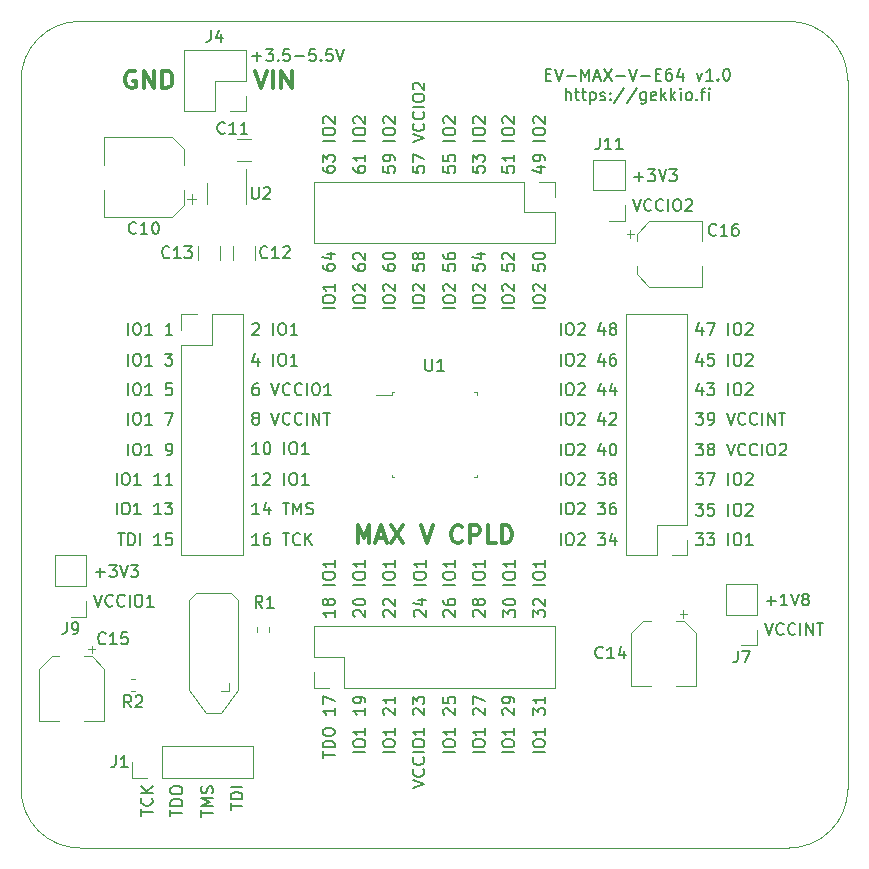
<source format=gbr>
G04 #@! TF.GenerationSoftware,KiCad,Pcbnew,5.1.6-c6e7f7d~87~ubuntu20.04.1*
G04 #@! TF.CreationDate,2020-07-16T23:52:11+03:00*
G04 #@! TF.ProjectId,EV-MAX-V-E64,45562d4d-4158-42d5-962d-4536342e6b69,v1.0*
G04 #@! TF.SameCoordinates,Original*
G04 #@! TF.FileFunction,Legend,Top*
G04 #@! TF.FilePolarity,Positive*
%FSLAX46Y46*%
G04 Gerber Fmt 4.6, Leading zero omitted, Abs format (unit mm)*
G04 Created by KiCad (PCBNEW 5.1.6-c6e7f7d~87~ubuntu20.04.1) date 2020-07-16 23:52:11*
%MOMM*%
%LPD*%
G01*
G04 APERTURE LIST*
%ADD10C,0.300000*%
%ADD11C,0.150000*%
G04 #@! TA.AperFunction,Profile*
%ADD12C,0.050000*%
G04 #@! TD*
%ADD13C,0.120000*%
G04 APERTURE END LIST*
D10*
X93500000Y-109178571D02*
X93500000Y-107678571D01*
X94000000Y-108750000D01*
X94500000Y-107678571D01*
X94500000Y-109178571D01*
X95142857Y-108750000D02*
X95857142Y-108750000D01*
X95000000Y-109178571D02*
X95500000Y-107678571D01*
X96000000Y-109178571D01*
X96357142Y-107678571D02*
X97357142Y-109178571D01*
X97357142Y-107678571D02*
X96357142Y-109178571D01*
X98857142Y-107678571D02*
X99357142Y-109178571D01*
X99857142Y-107678571D01*
X102357142Y-109035714D02*
X102285714Y-109107142D01*
X102071428Y-109178571D01*
X101928571Y-109178571D01*
X101714285Y-109107142D01*
X101571428Y-108964285D01*
X101500000Y-108821428D01*
X101428571Y-108535714D01*
X101428571Y-108321428D01*
X101500000Y-108035714D01*
X101571428Y-107892857D01*
X101714285Y-107750000D01*
X101928571Y-107678571D01*
X102071428Y-107678571D01*
X102285714Y-107750000D01*
X102357142Y-107821428D01*
X103000000Y-109178571D02*
X103000000Y-107678571D01*
X103571428Y-107678571D01*
X103714285Y-107750000D01*
X103785714Y-107821428D01*
X103857142Y-107964285D01*
X103857142Y-108178571D01*
X103785714Y-108321428D01*
X103714285Y-108392857D01*
X103571428Y-108464285D01*
X103000000Y-108464285D01*
X105214285Y-109178571D02*
X104500000Y-109178571D01*
X104500000Y-107678571D01*
X105714285Y-109178571D02*
X105714285Y-107678571D01*
X106071428Y-107678571D01*
X106285714Y-107750000D01*
X106428571Y-107892857D01*
X106500000Y-108035714D01*
X106571428Y-108321428D01*
X106571428Y-108535714D01*
X106500000Y-108821428D01*
X106428571Y-108964285D01*
X106285714Y-109107142D01*
X106071428Y-109178571D01*
X105714285Y-109178571D01*
D11*
X109438095Y-69503571D02*
X109771428Y-69503571D01*
X109914285Y-70027380D02*
X109438095Y-70027380D01*
X109438095Y-69027380D01*
X109914285Y-69027380D01*
X110200000Y-69027380D02*
X110533333Y-70027380D01*
X110866666Y-69027380D01*
X111200000Y-69646428D02*
X111961904Y-69646428D01*
X112438095Y-70027380D02*
X112438095Y-69027380D01*
X112771428Y-69741666D01*
X113104761Y-69027380D01*
X113104761Y-70027380D01*
X113533333Y-69741666D02*
X114009523Y-69741666D01*
X113438095Y-70027380D02*
X113771428Y-69027380D01*
X114104761Y-70027380D01*
X114342857Y-69027380D02*
X115009523Y-70027380D01*
X115009523Y-69027380D02*
X114342857Y-70027380D01*
X115390476Y-69646428D02*
X116152380Y-69646428D01*
X116485714Y-69027380D02*
X116819047Y-70027380D01*
X117152380Y-69027380D01*
X117485714Y-69646428D02*
X118247619Y-69646428D01*
X118723809Y-69503571D02*
X119057142Y-69503571D01*
X119200000Y-70027380D02*
X118723809Y-70027380D01*
X118723809Y-69027380D01*
X119200000Y-69027380D01*
X120057142Y-69027380D02*
X119866666Y-69027380D01*
X119771428Y-69075000D01*
X119723809Y-69122619D01*
X119628571Y-69265476D01*
X119580952Y-69455952D01*
X119580952Y-69836904D01*
X119628571Y-69932142D01*
X119676190Y-69979761D01*
X119771428Y-70027380D01*
X119961904Y-70027380D01*
X120057142Y-69979761D01*
X120104761Y-69932142D01*
X120152380Y-69836904D01*
X120152380Y-69598809D01*
X120104761Y-69503571D01*
X120057142Y-69455952D01*
X119961904Y-69408333D01*
X119771428Y-69408333D01*
X119676190Y-69455952D01*
X119628571Y-69503571D01*
X119580952Y-69598809D01*
X121009523Y-69360714D02*
X121009523Y-70027380D01*
X120771428Y-68979761D02*
X120533333Y-69694047D01*
X121152380Y-69694047D01*
X122200000Y-69360714D02*
X122438095Y-70027380D01*
X122676190Y-69360714D01*
X123580952Y-70027380D02*
X123009523Y-70027380D01*
X123295238Y-70027380D02*
X123295238Y-69027380D01*
X123200000Y-69170238D01*
X123104761Y-69265476D01*
X123009523Y-69313095D01*
X124009523Y-69932142D02*
X124057142Y-69979761D01*
X124009523Y-70027380D01*
X123961904Y-69979761D01*
X124009523Y-69932142D01*
X124009523Y-70027380D01*
X124676190Y-69027380D02*
X124771428Y-69027380D01*
X124866666Y-69075000D01*
X124914285Y-69122619D01*
X124961904Y-69217857D01*
X125009523Y-69408333D01*
X125009523Y-69646428D01*
X124961904Y-69836904D01*
X124914285Y-69932142D01*
X124866666Y-69979761D01*
X124771428Y-70027380D01*
X124676190Y-70027380D01*
X124580952Y-69979761D01*
X124533333Y-69932142D01*
X124485714Y-69836904D01*
X124438095Y-69646428D01*
X124438095Y-69408333D01*
X124485714Y-69217857D01*
X124533333Y-69122619D01*
X124580952Y-69075000D01*
X124676190Y-69027380D01*
X111128571Y-71677380D02*
X111128571Y-70677380D01*
X111557142Y-71677380D02*
X111557142Y-71153571D01*
X111509523Y-71058333D01*
X111414285Y-71010714D01*
X111271428Y-71010714D01*
X111176190Y-71058333D01*
X111128571Y-71105952D01*
X111890476Y-71010714D02*
X112271428Y-71010714D01*
X112033333Y-70677380D02*
X112033333Y-71534523D01*
X112080952Y-71629761D01*
X112176190Y-71677380D01*
X112271428Y-71677380D01*
X112461904Y-71010714D02*
X112842857Y-71010714D01*
X112604761Y-70677380D02*
X112604761Y-71534523D01*
X112652380Y-71629761D01*
X112747619Y-71677380D01*
X112842857Y-71677380D01*
X113176190Y-71010714D02*
X113176190Y-72010714D01*
X113176190Y-71058333D02*
X113271428Y-71010714D01*
X113461904Y-71010714D01*
X113557142Y-71058333D01*
X113604761Y-71105952D01*
X113652380Y-71201190D01*
X113652380Y-71486904D01*
X113604761Y-71582142D01*
X113557142Y-71629761D01*
X113461904Y-71677380D01*
X113271428Y-71677380D01*
X113176190Y-71629761D01*
X114033333Y-71629761D02*
X114128571Y-71677380D01*
X114319047Y-71677380D01*
X114414285Y-71629761D01*
X114461904Y-71534523D01*
X114461904Y-71486904D01*
X114414285Y-71391666D01*
X114319047Y-71344047D01*
X114176190Y-71344047D01*
X114080952Y-71296428D01*
X114033333Y-71201190D01*
X114033333Y-71153571D01*
X114080952Y-71058333D01*
X114176190Y-71010714D01*
X114319047Y-71010714D01*
X114414285Y-71058333D01*
X114890476Y-71582142D02*
X114938095Y-71629761D01*
X114890476Y-71677380D01*
X114842857Y-71629761D01*
X114890476Y-71582142D01*
X114890476Y-71677380D01*
X114890476Y-71058333D02*
X114938095Y-71105952D01*
X114890476Y-71153571D01*
X114842857Y-71105952D01*
X114890476Y-71058333D01*
X114890476Y-71153571D01*
X116080952Y-70629761D02*
X115223809Y-71915476D01*
X117128571Y-70629761D02*
X116271428Y-71915476D01*
X117890476Y-71010714D02*
X117890476Y-71820238D01*
X117842857Y-71915476D01*
X117795238Y-71963095D01*
X117700000Y-72010714D01*
X117557142Y-72010714D01*
X117461904Y-71963095D01*
X117890476Y-71629761D02*
X117795238Y-71677380D01*
X117604761Y-71677380D01*
X117509523Y-71629761D01*
X117461904Y-71582142D01*
X117414285Y-71486904D01*
X117414285Y-71201190D01*
X117461904Y-71105952D01*
X117509523Y-71058333D01*
X117604761Y-71010714D01*
X117795238Y-71010714D01*
X117890476Y-71058333D01*
X118747619Y-71629761D02*
X118652380Y-71677380D01*
X118461904Y-71677380D01*
X118366666Y-71629761D01*
X118319047Y-71534523D01*
X118319047Y-71153571D01*
X118366666Y-71058333D01*
X118461904Y-71010714D01*
X118652380Y-71010714D01*
X118747619Y-71058333D01*
X118795238Y-71153571D01*
X118795238Y-71248809D01*
X118319047Y-71344047D01*
X119223809Y-71677380D02*
X119223809Y-70677380D01*
X119319047Y-71296428D02*
X119604761Y-71677380D01*
X119604761Y-71010714D02*
X119223809Y-71391666D01*
X120033333Y-71677380D02*
X120033333Y-70677380D01*
X120128571Y-71296428D02*
X120414285Y-71677380D01*
X120414285Y-71010714D02*
X120033333Y-71391666D01*
X120842857Y-71677380D02*
X120842857Y-71010714D01*
X120842857Y-70677380D02*
X120795238Y-70725000D01*
X120842857Y-70772619D01*
X120890476Y-70725000D01*
X120842857Y-70677380D01*
X120842857Y-70772619D01*
X121461904Y-71677380D02*
X121366666Y-71629761D01*
X121319047Y-71582142D01*
X121271428Y-71486904D01*
X121271428Y-71201190D01*
X121319047Y-71105952D01*
X121366666Y-71058333D01*
X121461904Y-71010714D01*
X121604761Y-71010714D01*
X121700000Y-71058333D01*
X121747619Y-71105952D01*
X121795238Y-71201190D01*
X121795238Y-71486904D01*
X121747619Y-71582142D01*
X121700000Y-71629761D01*
X121604761Y-71677380D01*
X121461904Y-71677380D01*
X122223809Y-71582142D02*
X122271428Y-71629761D01*
X122223809Y-71677380D01*
X122176190Y-71629761D01*
X122223809Y-71582142D01*
X122223809Y-71677380D01*
X122557142Y-71010714D02*
X122938095Y-71010714D01*
X122700000Y-71677380D02*
X122700000Y-70820238D01*
X122747619Y-70725000D01*
X122842857Y-70677380D01*
X122938095Y-70677380D01*
X123271428Y-71677380D02*
X123271428Y-71010714D01*
X123271428Y-70677380D02*
X123223809Y-70725000D01*
X123271428Y-70772619D01*
X123319047Y-70725000D01*
X123271428Y-70677380D01*
X123271428Y-70772619D01*
D12*
X65000000Y-70000000D02*
X65000000Y-130000000D01*
X130000000Y-65000000D02*
X70000000Y-65000000D01*
X135000000Y-130000000D02*
X135000000Y-70000000D01*
X70000000Y-135000000D02*
X130000000Y-135000000D01*
X70000000Y-135000000D02*
G75*
G02*
X65000000Y-130000000I0J5000000D01*
G01*
X65000000Y-70000000D02*
G75*
G02*
X70000000Y-65000000I5000000J0D01*
G01*
X130000000Y-65000000D02*
G75*
G02*
X135000000Y-70000000I0J-5000000D01*
G01*
X135000000Y-130000000D02*
G75*
G02*
X130000000Y-135000000I-5000000J0D01*
G01*
D11*
X127992738Y-115952380D02*
X128326071Y-116952380D01*
X128659404Y-115952380D01*
X129564166Y-116857142D02*
X129516547Y-116904761D01*
X129373690Y-116952380D01*
X129278452Y-116952380D01*
X129135595Y-116904761D01*
X129040357Y-116809523D01*
X128992738Y-116714285D01*
X128945119Y-116523809D01*
X128945119Y-116380952D01*
X128992738Y-116190476D01*
X129040357Y-116095238D01*
X129135595Y-116000000D01*
X129278452Y-115952380D01*
X129373690Y-115952380D01*
X129516547Y-116000000D01*
X129564166Y-116047619D01*
X130564166Y-116857142D02*
X130516547Y-116904761D01*
X130373690Y-116952380D01*
X130278452Y-116952380D01*
X130135595Y-116904761D01*
X130040357Y-116809523D01*
X129992738Y-116714285D01*
X129945119Y-116523809D01*
X129945119Y-116380952D01*
X129992738Y-116190476D01*
X130040357Y-116095238D01*
X130135595Y-116000000D01*
X130278452Y-115952380D01*
X130373690Y-115952380D01*
X130516547Y-116000000D01*
X130564166Y-116047619D01*
X130992738Y-116952380D02*
X130992738Y-115952380D01*
X131468928Y-116952380D02*
X131468928Y-115952380D01*
X132040357Y-116952380D01*
X132040357Y-115952380D01*
X132373690Y-115952380D02*
X132945119Y-115952380D01*
X132659404Y-116952380D02*
X132659404Y-115952380D01*
X128135595Y-114071428D02*
X128897500Y-114071428D01*
X128516547Y-114452380D02*
X128516547Y-113690476D01*
X129897500Y-114452380D02*
X129326071Y-114452380D01*
X129611785Y-114452380D02*
X129611785Y-113452380D01*
X129516547Y-113595238D01*
X129421309Y-113690476D01*
X129326071Y-113738095D01*
X130183214Y-113452380D02*
X130516547Y-114452380D01*
X130849880Y-113452380D01*
X131326071Y-113880952D02*
X131230833Y-113833333D01*
X131183214Y-113785714D01*
X131135595Y-113690476D01*
X131135595Y-113642857D01*
X131183214Y-113547619D01*
X131230833Y-113500000D01*
X131326071Y-113452380D01*
X131516547Y-113452380D01*
X131611785Y-113500000D01*
X131659404Y-113547619D01*
X131707023Y-113642857D01*
X131707023Y-113690476D01*
X131659404Y-113785714D01*
X131611785Y-113833333D01*
X131516547Y-113880952D01*
X131326071Y-113880952D01*
X131230833Y-113928571D01*
X131183214Y-113976190D01*
X131135595Y-114071428D01*
X131135595Y-114261904D01*
X131183214Y-114357142D01*
X131230833Y-114404761D01*
X131326071Y-114452380D01*
X131516547Y-114452380D01*
X131611785Y-114404761D01*
X131659404Y-114357142D01*
X131707023Y-114261904D01*
X131707023Y-114071428D01*
X131659404Y-113976190D01*
X131611785Y-113928571D01*
X131516547Y-113880952D01*
X116792738Y-80052380D02*
X117126071Y-81052380D01*
X117459404Y-80052380D01*
X118364166Y-80957142D02*
X118316547Y-81004761D01*
X118173690Y-81052380D01*
X118078452Y-81052380D01*
X117935595Y-81004761D01*
X117840357Y-80909523D01*
X117792738Y-80814285D01*
X117745119Y-80623809D01*
X117745119Y-80480952D01*
X117792738Y-80290476D01*
X117840357Y-80195238D01*
X117935595Y-80100000D01*
X118078452Y-80052380D01*
X118173690Y-80052380D01*
X118316547Y-80100000D01*
X118364166Y-80147619D01*
X119364166Y-80957142D02*
X119316547Y-81004761D01*
X119173690Y-81052380D01*
X119078452Y-81052380D01*
X118935595Y-81004761D01*
X118840357Y-80909523D01*
X118792738Y-80814285D01*
X118745119Y-80623809D01*
X118745119Y-80480952D01*
X118792738Y-80290476D01*
X118840357Y-80195238D01*
X118935595Y-80100000D01*
X119078452Y-80052380D01*
X119173690Y-80052380D01*
X119316547Y-80100000D01*
X119364166Y-80147619D01*
X119792738Y-81052380D02*
X119792738Y-80052380D01*
X120459404Y-80052380D02*
X120649880Y-80052380D01*
X120745119Y-80100000D01*
X120840357Y-80195238D01*
X120887976Y-80385714D01*
X120887976Y-80719047D01*
X120840357Y-80909523D01*
X120745119Y-81004761D01*
X120649880Y-81052380D01*
X120459404Y-81052380D01*
X120364166Y-81004761D01*
X120268928Y-80909523D01*
X120221309Y-80719047D01*
X120221309Y-80385714D01*
X120268928Y-80195238D01*
X120364166Y-80100000D01*
X120459404Y-80052380D01*
X121268928Y-80147619D02*
X121316547Y-80100000D01*
X121411785Y-80052380D01*
X121649880Y-80052380D01*
X121745119Y-80100000D01*
X121792738Y-80147619D01*
X121840357Y-80242857D01*
X121840357Y-80338095D01*
X121792738Y-80480952D01*
X121221309Y-81052380D01*
X121840357Y-81052380D01*
X116935595Y-78171428D02*
X117697500Y-78171428D01*
X117316547Y-78552380D02*
X117316547Y-77790476D01*
X118078452Y-77552380D02*
X118697500Y-77552380D01*
X118364166Y-77933333D01*
X118507023Y-77933333D01*
X118602261Y-77980952D01*
X118649880Y-78028571D01*
X118697500Y-78123809D01*
X118697500Y-78361904D01*
X118649880Y-78457142D01*
X118602261Y-78504761D01*
X118507023Y-78552380D01*
X118221309Y-78552380D01*
X118126071Y-78504761D01*
X118078452Y-78457142D01*
X118983214Y-77552380D02*
X119316547Y-78552380D01*
X119649880Y-77552380D01*
X119887976Y-77552380D02*
X120507023Y-77552380D01*
X120173690Y-77933333D01*
X120316547Y-77933333D01*
X120411785Y-77980952D01*
X120459404Y-78028571D01*
X120507023Y-78123809D01*
X120507023Y-78361904D01*
X120459404Y-78457142D01*
X120411785Y-78504761D01*
X120316547Y-78552380D01*
X120030833Y-78552380D01*
X119935595Y-78504761D01*
X119887976Y-78457142D01*
X84590476Y-67971428D02*
X85352380Y-67971428D01*
X84971428Y-68352380D02*
X84971428Y-67590476D01*
X85733333Y-67352380D02*
X86352380Y-67352380D01*
X86019047Y-67733333D01*
X86161904Y-67733333D01*
X86257142Y-67780952D01*
X86304761Y-67828571D01*
X86352380Y-67923809D01*
X86352380Y-68161904D01*
X86304761Y-68257142D01*
X86257142Y-68304761D01*
X86161904Y-68352380D01*
X85876190Y-68352380D01*
X85780952Y-68304761D01*
X85733333Y-68257142D01*
X86780952Y-68257142D02*
X86828571Y-68304761D01*
X86780952Y-68352380D01*
X86733333Y-68304761D01*
X86780952Y-68257142D01*
X86780952Y-68352380D01*
X87733333Y-67352380D02*
X87257142Y-67352380D01*
X87209523Y-67828571D01*
X87257142Y-67780952D01*
X87352380Y-67733333D01*
X87590476Y-67733333D01*
X87685714Y-67780952D01*
X87733333Y-67828571D01*
X87780952Y-67923809D01*
X87780952Y-68161904D01*
X87733333Y-68257142D01*
X87685714Y-68304761D01*
X87590476Y-68352380D01*
X87352380Y-68352380D01*
X87257142Y-68304761D01*
X87209523Y-68257142D01*
X88209523Y-67971428D02*
X88971428Y-67971428D01*
X89923809Y-67352380D02*
X89447619Y-67352380D01*
X89400000Y-67828571D01*
X89447619Y-67780952D01*
X89542857Y-67733333D01*
X89780952Y-67733333D01*
X89876190Y-67780952D01*
X89923809Y-67828571D01*
X89971428Y-67923809D01*
X89971428Y-68161904D01*
X89923809Y-68257142D01*
X89876190Y-68304761D01*
X89780952Y-68352380D01*
X89542857Y-68352380D01*
X89447619Y-68304761D01*
X89400000Y-68257142D01*
X90400000Y-68257142D02*
X90447619Y-68304761D01*
X90400000Y-68352380D01*
X90352380Y-68304761D01*
X90400000Y-68257142D01*
X90400000Y-68352380D01*
X91352380Y-67352380D02*
X90876190Y-67352380D01*
X90828571Y-67828571D01*
X90876190Y-67780952D01*
X90971428Y-67733333D01*
X91209523Y-67733333D01*
X91304761Y-67780952D01*
X91352380Y-67828571D01*
X91400000Y-67923809D01*
X91400000Y-68161904D01*
X91352380Y-68257142D01*
X91304761Y-68304761D01*
X91209523Y-68352380D01*
X90971428Y-68352380D01*
X90876190Y-68304761D01*
X90828571Y-68257142D01*
X91685714Y-67352380D02*
X92019047Y-68352380D01*
X92352380Y-67352380D01*
X71335595Y-111671428D02*
X72097500Y-111671428D01*
X71716547Y-112052380D02*
X71716547Y-111290476D01*
X72478452Y-111052380D02*
X73097500Y-111052380D01*
X72764166Y-111433333D01*
X72907023Y-111433333D01*
X73002261Y-111480952D01*
X73049880Y-111528571D01*
X73097500Y-111623809D01*
X73097500Y-111861904D01*
X73049880Y-111957142D01*
X73002261Y-112004761D01*
X72907023Y-112052380D01*
X72621309Y-112052380D01*
X72526071Y-112004761D01*
X72478452Y-111957142D01*
X73383214Y-111052380D02*
X73716547Y-112052380D01*
X74049880Y-111052380D01*
X74287976Y-111052380D02*
X74907023Y-111052380D01*
X74573690Y-111433333D01*
X74716547Y-111433333D01*
X74811785Y-111480952D01*
X74859404Y-111528571D01*
X74907023Y-111623809D01*
X74907023Y-111861904D01*
X74859404Y-111957142D01*
X74811785Y-112004761D01*
X74716547Y-112052380D01*
X74430833Y-112052380D01*
X74335595Y-112004761D01*
X74287976Y-111957142D01*
X71192738Y-113552380D02*
X71526071Y-114552380D01*
X71859404Y-113552380D01*
X72764166Y-114457142D02*
X72716547Y-114504761D01*
X72573690Y-114552380D01*
X72478452Y-114552380D01*
X72335595Y-114504761D01*
X72240357Y-114409523D01*
X72192738Y-114314285D01*
X72145119Y-114123809D01*
X72145119Y-113980952D01*
X72192738Y-113790476D01*
X72240357Y-113695238D01*
X72335595Y-113600000D01*
X72478452Y-113552380D01*
X72573690Y-113552380D01*
X72716547Y-113600000D01*
X72764166Y-113647619D01*
X73764166Y-114457142D02*
X73716547Y-114504761D01*
X73573690Y-114552380D01*
X73478452Y-114552380D01*
X73335595Y-114504761D01*
X73240357Y-114409523D01*
X73192738Y-114314285D01*
X73145119Y-114123809D01*
X73145119Y-113980952D01*
X73192738Y-113790476D01*
X73240357Y-113695238D01*
X73335595Y-113600000D01*
X73478452Y-113552380D01*
X73573690Y-113552380D01*
X73716547Y-113600000D01*
X73764166Y-113647619D01*
X74192738Y-114552380D02*
X74192738Y-113552380D01*
X74859404Y-113552380D02*
X75049880Y-113552380D01*
X75145119Y-113600000D01*
X75240357Y-113695238D01*
X75287976Y-113885714D01*
X75287976Y-114219047D01*
X75240357Y-114409523D01*
X75145119Y-114504761D01*
X75049880Y-114552380D01*
X74859404Y-114552380D01*
X74764166Y-114504761D01*
X74668928Y-114409523D01*
X74621309Y-114219047D01*
X74621309Y-113885714D01*
X74668928Y-113695238D01*
X74764166Y-113600000D01*
X74859404Y-113552380D01*
X76240357Y-114552380D02*
X75668928Y-114552380D01*
X75954642Y-114552380D02*
X75954642Y-113552380D01*
X75859404Y-113695238D01*
X75764166Y-113790476D01*
X75668928Y-113838095D01*
D10*
X84837857Y-69178571D02*
X85337857Y-70678571D01*
X85837857Y-69178571D01*
X86337857Y-70678571D02*
X86337857Y-69178571D01*
X87052142Y-70678571D02*
X87052142Y-69178571D01*
X87909285Y-70678571D01*
X87909285Y-69178571D01*
X74676428Y-69250000D02*
X74533571Y-69178571D01*
X74319285Y-69178571D01*
X74105000Y-69250000D01*
X73962142Y-69392857D01*
X73890714Y-69535714D01*
X73819285Y-69821428D01*
X73819285Y-70035714D01*
X73890714Y-70321428D01*
X73962142Y-70464285D01*
X74105000Y-70607142D01*
X74319285Y-70678571D01*
X74462142Y-70678571D01*
X74676428Y-70607142D01*
X74747857Y-70535714D01*
X74747857Y-70035714D01*
X74462142Y-70035714D01*
X75390714Y-70678571D02*
X75390714Y-69178571D01*
X76247857Y-70678571D01*
X76247857Y-69178571D01*
X76962142Y-70678571D02*
X76962142Y-69178571D01*
X77319285Y-69178571D01*
X77533571Y-69250000D01*
X77676428Y-69392857D01*
X77747857Y-69535714D01*
X77819285Y-69821428D01*
X77819285Y-70035714D01*
X77747857Y-70321428D01*
X77676428Y-70464285D01*
X77533571Y-70607142D01*
X77319285Y-70678571D01*
X76962142Y-70678571D01*
D11*
X82752380Y-131740357D02*
X82752380Y-131168928D01*
X83752380Y-131454642D02*
X82752380Y-131454642D01*
X83752380Y-130835595D02*
X82752380Y-130835595D01*
X82752380Y-130597500D01*
X82800000Y-130454642D01*
X82895238Y-130359404D01*
X82990476Y-130311785D01*
X83180952Y-130264166D01*
X83323809Y-130264166D01*
X83514285Y-130311785D01*
X83609523Y-130359404D01*
X83704761Y-130454642D01*
X83752380Y-130597500D01*
X83752380Y-130835595D01*
X83752380Y-129835595D02*
X82752380Y-129835595D01*
X80252380Y-132359404D02*
X80252380Y-131787976D01*
X81252380Y-132073690D02*
X80252380Y-132073690D01*
X81252380Y-131454642D02*
X80252380Y-131454642D01*
X80966666Y-131121309D01*
X80252380Y-130787976D01*
X81252380Y-130787976D01*
X81204761Y-130359404D02*
X81252380Y-130216547D01*
X81252380Y-129978452D01*
X81204761Y-129883214D01*
X81157142Y-129835595D01*
X81061904Y-129787976D01*
X80966666Y-129787976D01*
X80871428Y-129835595D01*
X80823809Y-129883214D01*
X80776190Y-129978452D01*
X80728571Y-130168928D01*
X80680952Y-130264166D01*
X80633333Y-130311785D01*
X80538095Y-130359404D01*
X80442857Y-130359404D01*
X80347619Y-130311785D01*
X80300000Y-130264166D01*
X80252380Y-130168928D01*
X80252380Y-129930833D01*
X80300000Y-129787976D01*
X77652380Y-132311785D02*
X77652380Y-131740357D01*
X78652380Y-132026071D02*
X77652380Y-132026071D01*
X78652380Y-131407023D02*
X77652380Y-131407023D01*
X77652380Y-131168928D01*
X77700000Y-131026071D01*
X77795238Y-130930833D01*
X77890476Y-130883214D01*
X78080952Y-130835595D01*
X78223809Y-130835595D01*
X78414285Y-130883214D01*
X78509523Y-130930833D01*
X78604761Y-131026071D01*
X78652380Y-131168928D01*
X78652380Y-131407023D01*
X77652380Y-130216547D02*
X77652380Y-130026071D01*
X77700000Y-129930833D01*
X77795238Y-129835595D01*
X77985714Y-129787976D01*
X78319047Y-129787976D01*
X78509523Y-129835595D01*
X78604761Y-129930833D01*
X78652380Y-130026071D01*
X78652380Y-130216547D01*
X78604761Y-130311785D01*
X78509523Y-130407023D01*
X78319047Y-130454642D01*
X77985714Y-130454642D01*
X77795238Y-130407023D01*
X77700000Y-130311785D01*
X77652380Y-130216547D01*
X75152380Y-132264166D02*
X75152380Y-131692738D01*
X76152380Y-131978452D02*
X75152380Y-131978452D01*
X76057142Y-130787976D02*
X76104761Y-130835595D01*
X76152380Y-130978452D01*
X76152380Y-131073690D01*
X76104761Y-131216547D01*
X76009523Y-131311785D01*
X75914285Y-131359404D01*
X75723809Y-131407023D01*
X75580952Y-131407023D01*
X75390476Y-131359404D01*
X75295238Y-131311785D01*
X75200000Y-131216547D01*
X75152380Y-131073690D01*
X75152380Y-130978452D01*
X75200000Y-130835595D01*
X75247619Y-130787976D01*
X76152380Y-130359404D02*
X75152380Y-130359404D01*
X76152380Y-129787976D02*
X75580952Y-130216547D01*
X75152380Y-129787976D02*
X75723809Y-130359404D01*
X109352380Y-89302261D02*
X108352380Y-89302261D01*
X108352380Y-88635595D02*
X108352380Y-88445119D01*
X108400000Y-88349880D01*
X108495238Y-88254642D01*
X108685714Y-88207023D01*
X109019047Y-88207023D01*
X109209523Y-88254642D01*
X109304761Y-88349880D01*
X109352380Y-88445119D01*
X109352380Y-88635595D01*
X109304761Y-88730833D01*
X109209523Y-88826071D01*
X109019047Y-88873690D01*
X108685714Y-88873690D01*
X108495238Y-88826071D01*
X108400000Y-88730833D01*
X108352380Y-88635595D01*
X108447619Y-87826071D02*
X108400000Y-87778452D01*
X108352380Y-87683214D01*
X108352380Y-87445119D01*
X108400000Y-87349880D01*
X108447619Y-87302261D01*
X108542857Y-87254642D01*
X108638095Y-87254642D01*
X108780952Y-87302261D01*
X109352380Y-87873690D01*
X109352380Y-87254642D01*
X108352380Y-85587976D02*
X108352380Y-86064166D01*
X108828571Y-86111785D01*
X108780952Y-86064166D01*
X108733333Y-85968928D01*
X108733333Y-85730833D01*
X108780952Y-85635595D01*
X108828571Y-85587976D01*
X108923809Y-85540357D01*
X109161904Y-85540357D01*
X109257142Y-85587976D01*
X109304761Y-85635595D01*
X109352380Y-85730833D01*
X109352380Y-85968928D01*
X109304761Y-86064166D01*
X109257142Y-86111785D01*
X108352380Y-84921309D02*
X108352380Y-84826071D01*
X108400000Y-84730833D01*
X108447619Y-84683214D01*
X108542857Y-84635595D01*
X108733333Y-84587976D01*
X108971428Y-84587976D01*
X109161904Y-84635595D01*
X109257142Y-84683214D01*
X109304761Y-84730833D01*
X109352380Y-84826071D01*
X109352380Y-84921309D01*
X109304761Y-85016547D01*
X109257142Y-85064166D01*
X109161904Y-85111785D01*
X108971428Y-85159404D01*
X108733333Y-85159404D01*
X108542857Y-85111785D01*
X108447619Y-85064166D01*
X108400000Y-85016547D01*
X108352380Y-84921309D01*
X106752380Y-89302261D02*
X105752380Y-89302261D01*
X105752380Y-88635595D02*
X105752380Y-88445119D01*
X105800000Y-88349880D01*
X105895238Y-88254642D01*
X106085714Y-88207023D01*
X106419047Y-88207023D01*
X106609523Y-88254642D01*
X106704761Y-88349880D01*
X106752380Y-88445119D01*
X106752380Y-88635595D01*
X106704761Y-88730833D01*
X106609523Y-88826071D01*
X106419047Y-88873690D01*
X106085714Y-88873690D01*
X105895238Y-88826071D01*
X105800000Y-88730833D01*
X105752380Y-88635595D01*
X105847619Y-87826071D02*
X105800000Y-87778452D01*
X105752380Y-87683214D01*
X105752380Y-87445119D01*
X105800000Y-87349880D01*
X105847619Y-87302261D01*
X105942857Y-87254642D01*
X106038095Y-87254642D01*
X106180952Y-87302261D01*
X106752380Y-87873690D01*
X106752380Y-87254642D01*
X105752380Y-85587976D02*
X105752380Y-86064166D01*
X106228571Y-86111785D01*
X106180952Y-86064166D01*
X106133333Y-85968928D01*
X106133333Y-85730833D01*
X106180952Y-85635595D01*
X106228571Y-85587976D01*
X106323809Y-85540357D01*
X106561904Y-85540357D01*
X106657142Y-85587976D01*
X106704761Y-85635595D01*
X106752380Y-85730833D01*
X106752380Y-85968928D01*
X106704761Y-86064166D01*
X106657142Y-86111785D01*
X105847619Y-85159404D02*
X105800000Y-85111785D01*
X105752380Y-85016547D01*
X105752380Y-84778452D01*
X105800000Y-84683214D01*
X105847619Y-84635595D01*
X105942857Y-84587976D01*
X106038095Y-84587976D01*
X106180952Y-84635595D01*
X106752380Y-85207023D01*
X106752380Y-84587976D01*
X104252380Y-89302261D02*
X103252380Y-89302261D01*
X103252380Y-88635595D02*
X103252380Y-88445119D01*
X103300000Y-88349880D01*
X103395238Y-88254642D01*
X103585714Y-88207023D01*
X103919047Y-88207023D01*
X104109523Y-88254642D01*
X104204761Y-88349880D01*
X104252380Y-88445119D01*
X104252380Y-88635595D01*
X104204761Y-88730833D01*
X104109523Y-88826071D01*
X103919047Y-88873690D01*
X103585714Y-88873690D01*
X103395238Y-88826071D01*
X103300000Y-88730833D01*
X103252380Y-88635595D01*
X103347619Y-87826071D02*
X103300000Y-87778452D01*
X103252380Y-87683214D01*
X103252380Y-87445119D01*
X103300000Y-87349880D01*
X103347619Y-87302261D01*
X103442857Y-87254642D01*
X103538095Y-87254642D01*
X103680952Y-87302261D01*
X104252380Y-87873690D01*
X104252380Y-87254642D01*
X103252380Y-85587976D02*
X103252380Y-86064166D01*
X103728571Y-86111785D01*
X103680952Y-86064166D01*
X103633333Y-85968928D01*
X103633333Y-85730833D01*
X103680952Y-85635595D01*
X103728571Y-85587976D01*
X103823809Y-85540357D01*
X104061904Y-85540357D01*
X104157142Y-85587976D01*
X104204761Y-85635595D01*
X104252380Y-85730833D01*
X104252380Y-85968928D01*
X104204761Y-86064166D01*
X104157142Y-86111785D01*
X103585714Y-84683214D02*
X104252380Y-84683214D01*
X103204761Y-84921309D02*
X103919047Y-85159404D01*
X103919047Y-84540357D01*
X101752380Y-89302261D02*
X100752380Y-89302261D01*
X100752380Y-88635595D02*
X100752380Y-88445119D01*
X100800000Y-88349880D01*
X100895238Y-88254642D01*
X101085714Y-88207023D01*
X101419047Y-88207023D01*
X101609523Y-88254642D01*
X101704761Y-88349880D01*
X101752380Y-88445119D01*
X101752380Y-88635595D01*
X101704761Y-88730833D01*
X101609523Y-88826071D01*
X101419047Y-88873690D01*
X101085714Y-88873690D01*
X100895238Y-88826071D01*
X100800000Y-88730833D01*
X100752380Y-88635595D01*
X100847619Y-87826071D02*
X100800000Y-87778452D01*
X100752380Y-87683214D01*
X100752380Y-87445119D01*
X100800000Y-87349880D01*
X100847619Y-87302261D01*
X100942857Y-87254642D01*
X101038095Y-87254642D01*
X101180952Y-87302261D01*
X101752380Y-87873690D01*
X101752380Y-87254642D01*
X100752380Y-85587976D02*
X100752380Y-86064166D01*
X101228571Y-86111785D01*
X101180952Y-86064166D01*
X101133333Y-85968928D01*
X101133333Y-85730833D01*
X101180952Y-85635595D01*
X101228571Y-85587976D01*
X101323809Y-85540357D01*
X101561904Y-85540357D01*
X101657142Y-85587976D01*
X101704761Y-85635595D01*
X101752380Y-85730833D01*
X101752380Y-85968928D01*
X101704761Y-86064166D01*
X101657142Y-86111785D01*
X100752380Y-84683214D02*
X100752380Y-84873690D01*
X100800000Y-84968928D01*
X100847619Y-85016547D01*
X100990476Y-85111785D01*
X101180952Y-85159404D01*
X101561904Y-85159404D01*
X101657142Y-85111785D01*
X101704761Y-85064166D01*
X101752380Y-84968928D01*
X101752380Y-84778452D01*
X101704761Y-84683214D01*
X101657142Y-84635595D01*
X101561904Y-84587976D01*
X101323809Y-84587976D01*
X101228571Y-84635595D01*
X101180952Y-84683214D01*
X101133333Y-84778452D01*
X101133333Y-84968928D01*
X101180952Y-85064166D01*
X101228571Y-85111785D01*
X101323809Y-85159404D01*
X99152380Y-89302261D02*
X98152380Y-89302261D01*
X98152380Y-88635595D02*
X98152380Y-88445119D01*
X98200000Y-88349880D01*
X98295238Y-88254642D01*
X98485714Y-88207023D01*
X98819047Y-88207023D01*
X99009523Y-88254642D01*
X99104761Y-88349880D01*
X99152380Y-88445119D01*
X99152380Y-88635595D01*
X99104761Y-88730833D01*
X99009523Y-88826071D01*
X98819047Y-88873690D01*
X98485714Y-88873690D01*
X98295238Y-88826071D01*
X98200000Y-88730833D01*
X98152380Y-88635595D01*
X98247619Y-87826071D02*
X98200000Y-87778452D01*
X98152380Y-87683214D01*
X98152380Y-87445119D01*
X98200000Y-87349880D01*
X98247619Y-87302261D01*
X98342857Y-87254642D01*
X98438095Y-87254642D01*
X98580952Y-87302261D01*
X99152380Y-87873690D01*
X99152380Y-87254642D01*
X98152380Y-85587976D02*
X98152380Y-86064166D01*
X98628571Y-86111785D01*
X98580952Y-86064166D01*
X98533333Y-85968928D01*
X98533333Y-85730833D01*
X98580952Y-85635595D01*
X98628571Y-85587976D01*
X98723809Y-85540357D01*
X98961904Y-85540357D01*
X99057142Y-85587976D01*
X99104761Y-85635595D01*
X99152380Y-85730833D01*
X99152380Y-85968928D01*
X99104761Y-86064166D01*
X99057142Y-86111785D01*
X98580952Y-84968928D02*
X98533333Y-85064166D01*
X98485714Y-85111785D01*
X98390476Y-85159404D01*
X98342857Y-85159404D01*
X98247619Y-85111785D01*
X98200000Y-85064166D01*
X98152380Y-84968928D01*
X98152380Y-84778452D01*
X98200000Y-84683214D01*
X98247619Y-84635595D01*
X98342857Y-84587976D01*
X98390476Y-84587976D01*
X98485714Y-84635595D01*
X98533333Y-84683214D01*
X98580952Y-84778452D01*
X98580952Y-84968928D01*
X98628571Y-85064166D01*
X98676190Y-85111785D01*
X98771428Y-85159404D01*
X98961904Y-85159404D01*
X99057142Y-85111785D01*
X99104761Y-85064166D01*
X99152380Y-84968928D01*
X99152380Y-84778452D01*
X99104761Y-84683214D01*
X99057142Y-84635595D01*
X98961904Y-84587976D01*
X98771428Y-84587976D01*
X98676190Y-84635595D01*
X98628571Y-84683214D01*
X98580952Y-84778452D01*
X96652380Y-89302261D02*
X95652380Y-89302261D01*
X95652380Y-88635595D02*
X95652380Y-88445119D01*
X95700000Y-88349880D01*
X95795238Y-88254642D01*
X95985714Y-88207023D01*
X96319047Y-88207023D01*
X96509523Y-88254642D01*
X96604761Y-88349880D01*
X96652380Y-88445119D01*
X96652380Y-88635595D01*
X96604761Y-88730833D01*
X96509523Y-88826071D01*
X96319047Y-88873690D01*
X95985714Y-88873690D01*
X95795238Y-88826071D01*
X95700000Y-88730833D01*
X95652380Y-88635595D01*
X95747619Y-87826071D02*
X95700000Y-87778452D01*
X95652380Y-87683214D01*
X95652380Y-87445119D01*
X95700000Y-87349880D01*
X95747619Y-87302261D01*
X95842857Y-87254642D01*
X95938095Y-87254642D01*
X96080952Y-87302261D01*
X96652380Y-87873690D01*
X96652380Y-87254642D01*
X95652380Y-85635595D02*
X95652380Y-85826071D01*
X95700000Y-85921309D01*
X95747619Y-85968928D01*
X95890476Y-86064166D01*
X96080952Y-86111785D01*
X96461904Y-86111785D01*
X96557142Y-86064166D01*
X96604761Y-86016547D01*
X96652380Y-85921309D01*
X96652380Y-85730833D01*
X96604761Y-85635595D01*
X96557142Y-85587976D01*
X96461904Y-85540357D01*
X96223809Y-85540357D01*
X96128571Y-85587976D01*
X96080952Y-85635595D01*
X96033333Y-85730833D01*
X96033333Y-85921309D01*
X96080952Y-86016547D01*
X96128571Y-86064166D01*
X96223809Y-86111785D01*
X95652380Y-84921309D02*
X95652380Y-84826071D01*
X95700000Y-84730833D01*
X95747619Y-84683214D01*
X95842857Y-84635595D01*
X96033333Y-84587976D01*
X96271428Y-84587976D01*
X96461904Y-84635595D01*
X96557142Y-84683214D01*
X96604761Y-84730833D01*
X96652380Y-84826071D01*
X96652380Y-84921309D01*
X96604761Y-85016547D01*
X96557142Y-85064166D01*
X96461904Y-85111785D01*
X96271428Y-85159404D01*
X96033333Y-85159404D01*
X95842857Y-85111785D01*
X95747619Y-85064166D01*
X95700000Y-85016547D01*
X95652380Y-84921309D01*
X94152380Y-89302261D02*
X93152380Y-89302261D01*
X93152380Y-88635595D02*
X93152380Y-88445119D01*
X93200000Y-88349880D01*
X93295238Y-88254642D01*
X93485714Y-88207023D01*
X93819047Y-88207023D01*
X94009523Y-88254642D01*
X94104761Y-88349880D01*
X94152380Y-88445119D01*
X94152380Y-88635595D01*
X94104761Y-88730833D01*
X94009523Y-88826071D01*
X93819047Y-88873690D01*
X93485714Y-88873690D01*
X93295238Y-88826071D01*
X93200000Y-88730833D01*
X93152380Y-88635595D01*
X93247619Y-87826071D02*
X93200000Y-87778452D01*
X93152380Y-87683214D01*
X93152380Y-87445119D01*
X93200000Y-87349880D01*
X93247619Y-87302261D01*
X93342857Y-87254642D01*
X93438095Y-87254642D01*
X93580952Y-87302261D01*
X94152380Y-87873690D01*
X94152380Y-87254642D01*
X93152380Y-85635595D02*
X93152380Y-85826071D01*
X93200000Y-85921309D01*
X93247619Y-85968928D01*
X93390476Y-86064166D01*
X93580952Y-86111785D01*
X93961904Y-86111785D01*
X94057142Y-86064166D01*
X94104761Y-86016547D01*
X94152380Y-85921309D01*
X94152380Y-85730833D01*
X94104761Y-85635595D01*
X94057142Y-85587976D01*
X93961904Y-85540357D01*
X93723809Y-85540357D01*
X93628571Y-85587976D01*
X93580952Y-85635595D01*
X93533333Y-85730833D01*
X93533333Y-85921309D01*
X93580952Y-86016547D01*
X93628571Y-86064166D01*
X93723809Y-86111785D01*
X93247619Y-85159404D02*
X93200000Y-85111785D01*
X93152380Y-85016547D01*
X93152380Y-84778452D01*
X93200000Y-84683214D01*
X93247619Y-84635595D01*
X93342857Y-84587976D01*
X93438095Y-84587976D01*
X93580952Y-84635595D01*
X94152380Y-85207023D01*
X94152380Y-84587976D01*
X91552380Y-89302261D02*
X90552380Y-89302261D01*
X90552380Y-88635595D02*
X90552380Y-88445119D01*
X90600000Y-88349880D01*
X90695238Y-88254642D01*
X90885714Y-88207023D01*
X91219047Y-88207023D01*
X91409523Y-88254642D01*
X91504761Y-88349880D01*
X91552380Y-88445119D01*
X91552380Y-88635595D01*
X91504761Y-88730833D01*
X91409523Y-88826071D01*
X91219047Y-88873690D01*
X90885714Y-88873690D01*
X90695238Y-88826071D01*
X90600000Y-88730833D01*
X90552380Y-88635595D01*
X91552380Y-87254642D02*
X91552380Y-87826071D01*
X91552380Y-87540357D02*
X90552380Y-87540357D01*
X90695238Y-87635595D01*
X90790476Y-87730833D01*
X90838095Y-87826071D01*
X90552380Y-85635595D02*
X90552380Y-85826071D01*
X90600000Y-85921309D01*
X90647619Y-85968928D01*
X90790476Y-86064166D01*
X90980952Y-86111785D01*
X91361904Y-86111785D01*
X91457142Y-86064166D01*
X91504761Y-86016547D01*
X91552380Y-85921309D01*
X91552380Y-85730833D01*
X91504761Y-85635595D01*
X91457142Y-85587976D01*
X91361904Y-85540357D01*
X91123809Y-85540357D01*
X91028571Y-85587976D01*
X90980952Y-85635595D01*
X90933333Y-85730833D01*
X90933333Y-85921309D01*
X90980952Y-86016547D01*
X91028571Y-86064166D01*
X91123809Y-86111785D01*
X90885714Y-84683214D02*
X91552380Y-84683214D01*
X90504761Y-84921309D02*
X91219047Y-85159404D01*
X91219047Y-84540357D01*
X108685714Y-77335833D02*
X109352380Y-77335833D01*
X108304761Y-77573928D02*
X109019047Y-77812023D01*
X109019047Y-77192976D01*
X109352380Y-76764404D02*
X109352380Y-76573928D01*
X109304761Y-76478690D01*
X109257142Y-76431071D01*
X109114285Y-76335833D01*
X108923809Y-76288214D01*
X108542857Y-76288214D01*
X108447619Y-76335833D01*
X108400000Y-76383452D01*
X108352380Y-76478690D01*
X108352380Y-76669166D01*
X108400000Y-76764404D01*
X108447619Y-76812023D01*
X108542857Y-76859642D01*
X108780952Y-76859642D01*
X108876190Y-76812023D01*
X108923809Y-76764404D01*
X108971428Y-76669166D01*
X108971428Y-76478690D01*
X108923809Y-76383452D01*
X108876190Y-76335833D01*
X108780952Y-76288214D01*
X109352380Y-75097738D02*
X108352380Y-75097738D01*
X108352380Y-74431071D02*
X108352380Y-74240595D01*
X108400000Y-74145357D01*
X108495238Y-74050119D01*
X108685714Y-74002500D01*
X109019047Y-74002500D01*
X109209523Y-74050119D01*
X109304761Y-74145357D01*
X109352380Y-74240595D01*
X109352380Y-74431071D01*
X109304761Y-74526309D01*
X109209523Y-74621547D01*
X109019047Y-74669166D01*
X108685714Y-74669166D01*
X108495238Y-74621547D01*
X108400000Y-74526309D01*
X108352380Y-74431071D01*
X108447619Y-73621547D02*
X108400000Y-73573928D01*
X108352380Y-73478690D01*
X108352380Y-73240595D01*
X108400000Y-73145357D01*
X108447619Y-73097738D01*
X108542857Y-73050119D01*
X108638095Y-73050119D01*
X108780952Y-73097738D01*
X109352380Y-73669166D01*
X109352380Y-73050119D01*
X105752380Y-77288214D02*
X105752380Y-77764404D01*
X106228571Y-77812023D01*
X106180952Y-77764404D01*
X106133333Y-77669166D01*
X106133333Y-77431071D01*
X106180952Y-77335833D01*
X106228571Y-77288214D01*
X106323809Y-77240595D01*
X106561904Y-77240595D01*
X106657142Y-77288214D01*
X106704761Y-77335833D01*
X106752380Y-77431071D01*
X106752380Y-77669166D01*
X106704761Y-77764404D01*
X106657142Y-77812023D01*
X106752380Y-76288214D02*
X106752380Y-76859642D01*
X106752380Y-76573928D02*
X105752380Y-76573928D01*
X105895238Y-76669166D01*
X105990476Y-76764404D01*
X106038095Y-76859642D01*
X106752380Y-75097738D02*
X105752380Y-75097738D01*
X105752380Y-74431071D02*
X105752380Y-74240595D01*
X105800000Y-74145357D01*
X105895238Y-74050119D01*
X106085714Y-74002500D01*
X106419047Y-74002500D01*
X106609523Y-74050119D01*
X106704761Y-74145357D01*
X106752380Y-74240595D01*
X106752380Y-74431071D01*
X106704761Y-74526309D01*
X106609523Y-74621547D01*
X106419047Y-74669166D01*
X106085714Y-74669166D01*
X105895238Y-74621547D01*
X105800000Y-74526309D01*
X105752380Y-74431071D01*
X105847619Y-73621547D02*
X105800000Y-73573928D01*
X105752380Y-73478690D01*
X105752380Y-73240595D01*
X105800000Y-73145357D01*
X105847619Y-73097738D01*
X105942857Y-73050119D01*
X106038095Y-73050119D01*
X106180952Y-73097738D01*
X106752380Y-73669166D01*
X106752380Y-73050119D01*
X103252380Y-77288214D02*
X103252380Y-77764404D01*
X103728571Y-77812023D01*
X103680952Y-77764404D01*
X103633333Y-77669166D01*
X103633333Y-77431071D01*
X103680952Y-77335833D01*
X103728571Y-77288214D01*
X103823809Y-77240595D01*
X104061904Y-77240595D01*
X104157142Y-77288214D01*
X104204761Y-77335833D01*
X104252380Y-77431071D01*
X104252380Y-77669166D01*
X104204761Y-77764404D01*
X104157142Y-77812023D01*
X103252380Y-76907261D02*
X103252380Y-76288214D01*
X103633333Y-76621547D01*
X103633333Y-76478690D01*
X103680952Y-76383452D01*
X103728571Y-76335833D01*
X103823809Y-76288214D01*
X104061904Y-76288214D01*
X104157142Y-76335833D01*
X104204761Y-76383452D01*
X104252380Y-76478690D01*
X104252380Y-76764404D01*
X104204761Y-76859642D01*
X104157142Y-76907261D01*
X104252380Y-75097738D02*
X103252380Y-75097738D01*
X103252380Y-74431071D02*
X103252380Y-74240595D01*
X103300000Y-74145357D01*
X103395238Y-74050119D01*
X103585714Y-74002500D01*
X103919047Y-74002500D01*
X104109523Y-74050119D01*
X104204761Y-74145357D01*
X104252380Y-74240595D01*
X104252380Y-74431071D01*
X104204761Y-74526309D01*
X104109523Y-74621547D01*
X103919047Y-74669166D01*
X103585714Y-74669166D01*
X103395238Y-74621547D01*
X103300000Y-74526309D01*
X103252380Y-74431071D01*
X103347619Y-73621547D02*
X103300000Y-73573928D01*
X103252380Y-73478690D01*
X103252380Y-73240595D01*
X103300000Y-73145357D01*
X103347619Y-73097738D01*
X103442857Y-73050119D01*
X103538095Y-73050119D01*
X103680952Y-73097738D01*
X104252380Y-73669166D01*
X104252380Y-73050119D01*
X100752380Y-77288214D02*
X100752380Y-77764404D01*
X101228571Y-77812023D01*
X101180952Y-77764404D01*
X101133333Y-77669166D01*
X101133333Y-77431071D01*
X101180952Y-77335833D01*
X101228571Y-77288214D01*
X101323809Y-77240595D01*
X101561904Y-77240595D01*
X101657142Y-77288214D01*
X101704761Y-77335833D01*
X101752380Y-77431071D01*
X101752380Y-77669166D01*
X101704761Y-77764404D01*
X101657142Y-77812023D01*
X100752380Y-76335833D02*
X100752380Y-76812023D01*
X101228571Y-76859642D01*
X101180952Y-76812023D01*
X101133333Y-76716785D01*
X101133333Y-76478690D01*
X101180952Y-76383452D01*
X101228571Y-76335833D01*
X101323809Y-76288214D01*
X101561904Y-76288214D01*
X101657142Y-76335833D01*
X101704761Y-76383452D01*
X101752380Y-76478690D01*
X101752380Y-76716785D01*
X101704761Y-76812023D01*
X101657142Y-76859642D01*
X101752380Y-75097738D02*
X100752380Y-75097738D01*
X100752380Y-74431071D02*
X100752380Y-74240595D01*
X100800000Y-74145357D01*
X100895238Y-74050119D01*
X101085714Y-74002500D01*
X101419047Y-74002500D01*
X101609523Y-74050119D01*
X101704761Y-74145357D01*
X101752380Y-74240595D01*
X101752380Y-74431071D01*
X101704761Y-74526309D01*
X101609523Y-74621547D01*
X101419047Y-74669166D01*
X101085714Y-74669166D01*
X100895238Y-74621547D01*
X100800000Y-74526309D01*
X100752380Y-74431071D01*
X100847619Y-73621547D02*
X100800000Y-73573928D01*
X100752380Y-73478690D01*
X100752380Y-73240595D01*
X100800000Y-73145357D01*
X100847619Y-73097738D01*
X100942857Y-73050119D01*
X101038095Y-73050119D01*
X101180952Y-73097738D01*
X101752380Y-73669166D01*
X101752380Y-73050119D01*
X98152380Y-77288214D02*
X98152380Y-77764404D01*
X98628571Y-77812023D01*
X98580952Y-77764404D01*
X98533333Y-77669166D01*
X98533333Y-77431071D01*
X98580952Y-77335833D01*
X98628571Y-77288214D01*
X98723809Y-77240595D01*
X98961904Y-77240595D01*
X99057142Y-77288214D01*
X99104761Y-77335833D01*
X99152380Y-77431071D01*
X99152380Y-77669166D01*
X99104761Y-77764404D01*
X99057142Y-77812023D01*
X98152380Y-76907261D02*
X98152380Y-76240595D01*
X99152380Y-76669166D01*
X98152380Y-75240595D02*
X99152380Y-74907261D01*
X98152380Y-74573928D01*
X99057142Y-73669166D02*
X99104761Y-73716785D01*
X99152380Y-73859642D01*
X99152380Y-73954880D01*
X99104761Y-74097738D01*
X99009523Y-74192976D01*
X98914285Y-74240595D01*
X98723809Y-74288214D01*
X98580952Y-74288214D01*
X98390476Y-74240595D01*
X98295238Y-74192976D01*
X98200000Y-74097738D01*
X98152380Y-73954880D01*
X98152380Y-73859642D01*
X98200000Y-73716785D01*
X98247619Y-73669166D01*
X99057142Y-72669166D02*
X99104761Y-72716785D01*
X99152380Y-72859642D01*
X99152380Y-72954880D01*
X99104761Y-73097738D01*
X99009523Y-73192976D01*
X98914285Y-73240595D01*
X98723809Y-73288214D01*
X98580952Y-73288214D01*
X98390476Y-73240595D01*
X98295238Y-73192976D01*
X98200000Y-73097738D01*
X98152380Y-72954880D01*
X98152380Y-72859642D01*
X98200000Y-72716785D01*
X98247619Y-72669166D01*
X99152380Y-72240595D02*
X98152380Y-72240595D01*
X98152380Y-71573928D02*
X98152380Y-71383452D01*
X98200000Y-71288214D01*
X98295238Y-71192976D01*
X98485714Y-71145357D01*
X98819047Y-71145357D01*
X99009523Y-71192976D01*
X99104761Y-71288214D01*
X99152380Y-71383452D01*
X99152380Y-71573928D01*
X99104761Y-71669166D01*
X99009523Y-71764404D01*
X98819047Y-71812023D01*
X98485714Y-71812023D01*
X98295238Y-71764404D01*
X98200000Y-71669166D01*
X98152380Y-71573928D01*
X98247619Y-70764404D02*
X98200000Y-70716785D01*
X98152380Y-70621547D01*
X98152380Y-70383452D01*
X98200000Y-70288214D01*
X98247619Y-70240595D01*
X98342857Y-70192976D01*
X98438095Y-70192976D01*
X98580952Y-70240595D01*
X99152380Y-70812023D01*
X99152380Y-70192976D01*
X95652380Y-77288214D02*
X95652380Y-77764404D01*
X96128571Y-77812023D01*
X96080952Y-77764404D01*
X96033333Y-77669166D01*
X96033333Y-77431071D01*
X96080952Y-77335833D01*
X96128571Y-77288214D01*
X96223809Y-77240595D01*
X96461904Y-77240595D01*
X96557142Y-77288214D01*
X96604761Y-77335833D01*
X96652380Y-77431071D01*
X96652380Y-77669166D01*
X96604761Y-77764404D01*
X96557142Y-77812023D01*
X96652380Y-76764404D02*
X96652380Y-76573928D01*
X96604761Y-76478690D01*
X96557142Y-76431071D01*
X96414285Y-76335833D01*
X96223809Y-76288214D01*
X95842857Y-76288214D01*
X95747619Y-76335833D01*
X95700000Y-76383452D01*
X95652380Y-76478690D01*
X95652380Y-76669166D01*
X95700000Y-76764404D01*
X95747619Y-76812023D01*
X95842857Y-76859642D01*
X96080952Y-76859642D01*
X96176190Y-76812023D01*
X96223809Y-76764404D01*
X96271428Y-76669166D01*
X96271428Y-76478690D01*
X96223809Y-76383452D01*
X96176190Y-76335833D01*
X96080952Y-76288214D01*
X96652380Y-75097738D02*
X95652380Y-75097738D01*
X95652380Y-74431071D02*
X95652380Y-74240595D01*
X95700000Y-74145357D01*
X95795238Y-74050119D01*
X95985714Y-74002500D01*
X96319047Y-74002500D01*
X96509523Y-74050119D01*
X96604761Y-74145357D01*
X96652380Y-74240595D01*
X96652380Y-74431071D01*
X96604761Y-74526309D01*
X96509523Y-74621547D01*
X96319047Y-74669166D01*
X95985714Y-74669166D01*
X95795238Y-74621547D01*
X95700000Y-74526309D01*
X95652380Y-74431071D01*
X95747619Y-73621547D02*
X95700000Y-73573928D01*
X95652380Y-73478690D01*
X95652380Y-73240595D01*
X95700000Y-73145357D01*
X95747619Y-73097738D01*
X95842857Y-73050119D01*
X95938095Y-73050119D01*
X96080952Y-73097738D01*
X96652380Y-73669166D01*
X96652380Y-73050119D01*
X93152380Y-77335833D02*
X93152380Y-77526309D01*
X93200000Y-77621547D01*
X93247619Y-77669166D01*
X93390476Y-77764404D01*
X93580952Y-77812023D01*
X93961904Y-77812023D01*
X94057142Y-77764404D01*
X94104761Y-77716785D01*
X94152380Y-77621547D01*
X94152380Y-77431071D01*
X94104761Y-77335833D01*
X94057142Y-77288214D01*
X93961904Y-77240595D01*
X93723809Y-77240595D01*
X93628571Y-77288214D01*
X93580952Y-77335833D01*
X93533333Y-77431071D01*
X93533333Y-77621547D01*
X93580952Y-77716785D01*
X93628571Y-77764404D01*
X93723809Y-77812023D01*
X94152380Y-76288214D02*
X94152380Y-76859642D01*
X94152380Y-76573928D02*
X93152380Y-76573928D01*
X93295238Y-76669166D01*
X93390476Y-76764404D01*
X93438095Y-76859642D01*
X94152380Y-75097738D02*
X93152380Y-75097738D01*
X93152380Y-74431071D02*
X93152380Y-74240595D01*
X93200000Y-74145357D01*
X93295238Y-74050119D01*
X93485714Y-74002500D01*
X93819047Y-74002500D01*
X94009523Y-74050119D01*
X94104761Y-74145357D01*
X94152380Y-74240595D01*
X94152380Y-74431071D01*
X94104761Y-74526309D01*
X94009523Y-74621547D01*
X93819047Y-74669166D01*
X93485714Y-74669166D01*
X93295238Y-74621547D01*
X93200000Y-74526309D01*
X93152380Y-74431071D01*
X93247619Y-73621547D02*
X93200000Y-73573928D01*
X93152380Y-73478690D01*
X93152380Y-73240595D01*
X93200000Y-73145357D01*
X93247619Y-73097738D01*
X93342857Y-73050119D01*
X93438095Y-73050119D01*
X93580952Y-73097738D01*
X94152380Y-73669166D01*
X94152380Y-73050119D01*
X90552380Y-77335833D02*
X90552380Y-77526309D01*
X90600000Y-77621547D01*
X90647619Y-77669166D01*
X90790476Y-77764404D01*
X90980952Y-77812023D01*
X91361904Y-77812023D01*
X91457142Y-77764404D01*
X91504761Y-77716785D01*
X91552380Y-77621547D01*
X91552380Y-77431071D01*
X91504761Y-77335833D01*
X91457142Y-77288214D01*
X91361904Y-77240595D01*
X91123809Y-77240595D01*
X91028571Y-77288214D01*
X90980952Y-77335833D01*
X90933333Y-77431071D01*
X90933333Y-77621547D01*
X90980952Y-77716785D01*
X91028571Y-77764404D01*
X91123809Y-77812023D01*
X90552380Y-76907261D02*
X90552380Y-76288214D01*
X90933333Y-76621547D01*
X90933333Y-76478690D01*
X90980952Y-76383452D01*
X91028571Y-76335833D01*
X91123809Y-76288214D01*
X91361904Y-76288214D01*
X91457142Y-76335833D01*
X91504761Y-76383452D01*
X91552380Y-76478690D01*
X91552380Y-76764404D01*
X91504761Y-76859642D01*
X91457142Y-76907261D01*
X91552380Y-75097738D02*
X90552380Y-75097738D01*
X90552380Y-74431071D02*
X90552380Y-74240595D01*
X90600000Y-74145357D01*
X90695238Y-74050119D01*
X90885714Y-74002500D01*
X91219047Y-74002500D01*
X91409523Y-74050119D01*
X91504761Y-74145357D01*
X91552380Y-74240595D01*
X91552380Y-74431071D01*
X91504761Y-74526309D01*
X91409523Y-74621547D01*
X91219047Y-74669166D01*
X90885714Y-74669166D01*
X90695238Y-74621547D01*
X90600000Y-74526309D01*
X90552380Y-74431071D01*
X90647619Y-73621547D02*
X90600000Y-73573928D01*
X90552380Y-73478690D01*
X90552380Y-73240595D01*
X90600000Y-73145357D01*
X90647619Y-73097738D01*
X90742857Y-73050119D01*
X90838095Y-73050119D01*
X90980952Y-73097738D01*
X91552380Y-73669166D01*
X91552380Y-73050119D01*
X109352380Y-126902261D02*
X108352380Y-126902261D01*
X108352380Y-126235595D02*
X108352380Y-126045119D01*
X108400000Y-125949880D01*
X108495238Y-125854642D01*
X108685714Y-125807023D01*
X109019047Y-125807023D01*
X109209523Y-125854642D01*
X109304761Y-125949880D01*
X109352380Y-126045119D01*
X109352380Y-126235595D01*
X109304761Y-126330833D01*
X109209523Y-126426071D01*
X109019047Y-126473690D01*
X108685714Y-126473690D01*
X108495238Y-126426071D01*
X108400000Y-126330833D01*
X108352380Y-126235595D01*
X109352380Y-124854642D02*
X109352380Y-125426071D01*
X109352380Y-125140357D02*
X108352380Y-125140357D01*
X108495238Y-125235595D01*
X108590476Y-125330833D01*
X108638095Y-125426071D01*
X108352380Y-123759404D02*
X108352380Y-123140357D01*
X108733333Y-123473690D01*
X108733333Y-123330833D01*
X108780952Y-123235595D01*
X108828571Y-123187976D01*
X108923809Y-123140357D01*
X109161904Y-123140357D01*
X109257142Y-123187976D01*
X109304761Y-123235595D01*
X109352380Y-123330833D01*
X109352380Y-123616547D01*
X109304761Y-123711785D01*
X109257142Y-123759404D01*
X109352380Y-122187976D02*
X109352380Y-122759404D01*
X109352380Y-122473690D02*
X108352380Y-122473690D01*
X108495238Y-122568928D01*
X108590476Y-122664166D01*
X108638095Y-122759404D01*
X106752380Y-126902261D02*
X105752380Y-126902261D01*
X105752380Y-126235595D02*
X105752380Y-126045119D01*
X105800000Y-125949880D01*
X105895238Y-125854642D01*
X106085714Y-125807023D01*
X106419047Y-125807023D01*
X106609523Y-125854642D01*
X106704761Y-125949880D01*
X106752380Y-126045119D01*
X106752380Y-126235595D01*
X106704761Y-126330833D01*
X106609523Y-126426071D01*
X106419047Y-126473690D01*
X106085714Y-126473690D01*
X105895238Y-126426071D01*
X105800000Y-126330833D01*
X105752380Y-126235595D01*
X106752380Y-124854642D02*
X106752380Y-125426071D01*
X106752380Y-125140357D02*
X105752380Y-125140357D01*
X105895238Y-125235595D01*
X105990476Y-125330833D01*
X106038095Y-125426071D01*
X105847619Y-123711785D02*
X105800000Y-123664166D01*
X105752380Y-123568928D01*
X105752380Y-123330833D01*
X105800000Y-123235595D01*
X105847619Y-123187976D01*
X105942857Y-123140357D01*
X106038095Y-123140357D01*
X106180952Y-123187976D01*
X106752380Y-123759404D01*
X106752380Y-123140357D01*
X106752380Y-122664166D02*
X106752380Y-122473690D01*
X106704761Y-122378452D01*
X106657142Y-122330833D01*
X106514285Y-122235595D01*
X106323809Y-122187976D01*
X105942857Y-122187976D01*
X105847619Y-122235595D01*
X105800000Y-122283214D01*
X105752380Y-122378452D01*
X105752380Y-122568928D01*
X105800000Y-122664166D01*
X105847619Y-122711785D01*
X105942857Y-122759404D01*
X106180952Y-122759404D01*
X106276190Y-122711785D01*
X106323809Y-122664166D01*
X106371428Y-122568928D01*
X106371428Y-122378452D01*
X106323809Y-122283214D01*
X106276190Y-122235595D01*
X106180952Y-122187976D01*
X104252380Y-126902261D02*
X103252380Y-126902261D01*
X103252380Y-126235595D02*
X103252380Y-126045119D01*
X103300000Y-125949880D01*
X103395238Y-125854642D01*
X103585714Y-125807023D01*
X103919047Y-125807023D01*
X104109523Y-125854642D01*
X104204761Y-125949880D01*
X104252380Y-126045119D01*
X104252380Y-126235595D01*
X104204761Y-126330833D01*
X104109523Y-126426071D01*
X103919047Y-126473690D01*
X103585714Y-126473690D01*
X103395238Y-126426071D01*
X103300000Y-126330833D01*
X103252380Y-126235595D01*
X104252380Y-124854642D02*
X104252380Y-125426071D01*
X104252380Y-125140357D02*
X103252380Y-125140357D01*
X103395238Y-125235595D01*
X103490476Y-125330833D01*
X103538095Y-125426071D01*
X103347619Y-123711785D02*
X103300000Y-123664166D01*
X103252380Y-123568928D01*
X103252380Y-123330833D01*
X103300000Y-123235595D01*
X103347619Y-123187976D01*
X103442857Y-123140357D01*
X103538095Y-123140357D01*
X103680952Y-123187976D01*
X104252380Y-123759404D01*
X104252380Y-123140357D01*
X103252380Y-122807023D02*
X103252380Y-122140357D01*
X104252380Y-122568928D01*
X101752380Y-126902261D02*
X100752380Y-126902261D01*
X100752380Y-126235595D02*
X100752380Y-126045119D01*
X100800000Y-125949880D01*
X100895238Y-125854642D01*
X101085714Y-125807023D01*
X101419047Y-125807023D01*
X101609523Y-125854642D01*
X101704761Y-125949880D01*
X101752380Y-126045119D01*
X101752380Y-126235595D01*
X101704761Y-126330833D01*
X101609523Y-126426071D01*
X101419047Y-126473690D01*
X101085714Y-126473690D01*
X100895238Y-126426071D01*
X100800000Y-126330833D01*
X100752380Y-126235595D01*
X101752380Y-124854642D02*
X101752380Y-125426071D01*
X101752380Y-125140357D02*
X100752380Y-125140357D01*
X100895238Y-125235595D01*
X100990476Y-125330833D01*
X101038095Y-125426071D01*
X100847619Y-123711785D02*
X100800000Y-123664166D01*
X100752380Y-123568928D01*
X100752380Y-123330833D01*
X100800000Y-123235595D01*
X100847619Y-123187976D01*
X100942857Y-123140357D01*
X101038095Y-123140357D01*
X101180952Y-123187976D01*
X101752380Y-123759404D01*
X101752380Y-123140357D01*
X100752380Y-122235595D02*
X100752380Y-122711785D01*
X101228571Y-122759404D01*
X101180952Y-122711785D01*
X101133333Y-122616547D01*
X101133333Y-122378452D01*
X101180952Y-122283214D01*
X101228571Y-122235595D01*
X101323809Y-122187976D01*
X101561904Y-122187976D01*
X101657142Y-122235595D01*
X101704761Y-122283214D01*
X101752380Y-122378452D01*
X101752380Y-122616547D01*
X101704761Y-122711785D01*
X101657142Y-122759404D01*
X98152380Y-129902261D02*
X99152380Y-129568928D01*
X98152380Y-129235595D01*
X99057142Y-128330833D02*
X99104761Y-128378452D01*
X99152380Y-128521309D01*
X99152380Y-128616547D01*
X99104761Y-128759404D01*
X99009523Y-128854642D01*
X98914285Y-128902261D01*
X98723809Y-128949880D01*
X98580952Y-128949880D01*
X98390476Y-128902261D01*
X98295238Y-128854642D01*
X98200000Y-128759404D01*
X98152380Y-128616547D01*
X98152380Y-128521309D01*
X98200000Y-128378452D01*
X98247619Y-128330833D01*
X99057142Y-127330833D02*
X99104761Y-127378452D01*
X99152380Y-127521309D01*
X99152380Y-127616547D01*
X99104761Y-127759404D01*
X99009523Y-127854642D01*
X98914285Y-127902261D01*
X98723809Y-127949880D01*
X98580952Y-127949880D01*
X98390476Y-127902261D01*
X98295238Y-127854642D01*
X98200000Y-127759404D01*
X98152380Y-127616547D01*
X98152380Y-127521309D01*
X98200000Y-127378452D01*
X98247619Y-127330833D01*
X99152380Y-126902261D02*
X98152380Y-126902261D01*
X98152380Y-126235595D02*
X98152380Y-126045119D01*
X98200000Y-125949880D01*
X98295238Y-125854642D01*
X98485714Y-125807023D01*
X98819047Y-125807023D01*
X99009523Y-125854642D01*
X99104761Y-125949880D01*
X99152380Y-126045119D01*
X99152380Y-126235595D01*
X99104761Y-126330833D01*
X99009523Y-126426071D01*
X98819047Y-126473690D01*
X98485714Y-126473690D01*
X98295238Y-126426071D01*
X98200000Y-126330833D01*
X98152380Y-126235595D01*
X99152380Y-124854642D02*
X99152380Y-125426071D01*
X99152380Y-125140357D02*
X98152380Y-125140357D01*
X98295238Y-125235595D01*
X98390476Y-125330833D01*
X98438095Y-125426071D01*
X98247619Y-123711785D02*
X98200000Y-123664166D01*
X98152380Y-123568928D01*
X98152380Y-123330833D01*
X98200000Y-123235595D01*
X98247619Y-123187976D01*
X98342857Y-123140357D01*
X98438095Y-123140357D01*
X98580952Y-123187976D01*
X99152380Y-123759404D01*
X99152380Y-123140357D01*
X98152380Y-122807023D02*
X98152380Y-122187976D01*
X98533333Y-122521309D01*
X98533333Y-122378452D01*
X98580952Y-122283214D01*
X98628571Y-122235595D01*
X98723809Y-122187976D01*
X98961904Y-122187976D01*
X99057142Y-122235595D01*
X99104761Y-122283214D01*
X99152380Y-122378452D01*
X99152380Y-122664166D01*
X99104761Y-122759404D01*
X99057142Y-122807023D01*
X96652380Y-126902261D02*
X95652380Y-126902261D01*
X95652380Y-126235595D02*
X95652380Y-126045119D01*
X95700000Y-125949880D01*
X95795238Y-125854642D01*
X95985714Y-125807023D01*
X96319047Y-125807023D01*
X96509523Y-125854642D01*
X96604761Y-125949880D01*
X96652380Y-126045119D01*
X96652380Y-126235595D01*
X96604761Y-126330833D01*
X96509523Y-126426071D01*
X96319047Y-126473690D01*
X95985714Y-126473690D01*
X95795238Y-126426071D01*
X95700000Y-126330833D01*
X95652380Y-126235595D01*
X96652380Y-124854642D02*
X96652380Y-125426071D01*
X96652380Y-125140357D02*
X95652380Y-125140357D01*
X95795238Y-125235595D01*
X95890476Y-125330833D01*
X95938095Y-125426071D01*
X95747619Y-123711785D02*
X95700000Y-123664166D01*
X95652380Y-123568928D01*
X95652380Y-123330833D01*
X95700000Y-123235595D01*
X95747619Y-123187976D01*
X95842857Y-123140357D01*
X95938095Y-123140357D01*
X96080952Y-123187976D01*
X96652380Y-123759404D01*
X96652380Y-123140357D01*
X96652380Y-122187976D02*
X96652380Y-122759404D01*
X96652380Y-122473690D02*
X95652380Y-122473690D01*
X95795238Y-122568928D01*
X95890476Y-122664166D01*
X95938095Y-122759404D01*
X94152380Y-126902261D02*
X93152380Y-126902261D01*
X93152380Y-126235595D02*
X93152380Y-126045119D01*
X93200000Y-125949880D01*
X93295238Y-125854642D01*
X93485714Y-125807023D01*
X93819047Y-125807023D01*
X94009523Y-125854642D01*
X94104761Y-125949880D01*
X94152380Y-126045119D01*
X94152380Y-126235595D01*
X94104761Y-126330833D01*
X94009523Y-126426071D01*
X93819047Y-126473690D01*
X93485714Y-126473690D01*
X93295238Y-126426071D01*
X93200000Y-126330833D01*
X93152380Y-126235595D01*
X94152380Y-124854642D02*
X94152380Y-125426071D01*
X94152380Y-125140357D02*
X93152380Y-125140357D01*
X93295238Y-125235595D01*
X93390476Y-125330833D01*
X93438095Y-125426071D01*
X94152380Y-123140357D02*
X94152380Y-123711785D01*
X94152380Y-123426071D02*
X93152380Y-123426071D01*
X93295238Y-123521309D01*
X93390476Y-123616547D01*
X93438095Y-123711785D01*
X94152380Y-122664166D02*
X94152380Y-122473690D01*
X94104761Y-122378452D01*
X94057142Y-122330833D01*
X93914285Y-122235595D01*
X93723809Y-122187976D01*
X93342857Y-122187976D01*
X93247619Y-122235595D01*
X93200000Y-122283214D01*
X93152380Y-122378452D01*
X93152380Y-122568928D01*
X93200000Y-122664166D01*
X93247619Y-122711785D01*
X93342857Y-122759404D01*
X93580952Y-122759404D01*
X93676190Y-122711785D01*
X93723809Y-122664166D01*
X93771428Y-122568928D01*
X93771428Y-122378452D01*
X93723809Y-122283214D01*
X93676190Y-122235595D01*
X93580952Y-122187976D01*
X90552380Y-127378452D02*
X90552380Y-126807023D01*
X91552380Y-127092738D02*
X90552380Y-127092738D01*
X91552380Y-126473690D02*
X90552380Y-126473690D01*
X90552380Y-126235595D01*
X90600000Y-126092738D01*
X90695238Y-125997500D01*
X90790476Y-125949880D01*
X90980952Y-125902261D01*
X91123809Y-125902261D01*
X91314285Y-125949880D01*
X91409523Y-125997500D01*
X91504761Y-126092738D01*
X91552380Y-126235595D01*
X91552380Y-126473690D01*
X90552380Y-125283214D02*
X90552380Y-125092738D01*
X90600000Y-124997500D01*
X90695238Y-124902261D01*
X90885714Y-124854642D01*
X91219047Y-124854642D01*
X91409523Y-124902261D01*
X91504761Y-124997500D01*
X91552380Y-125092738D01*
X91552380Y-125283214D01*
X91504761Y-125378452D01*
X91409523Y-125473690D01*
X91219047Y-125521309D01*
X90885714Y-125521309D01*
X90695238Y-125473690D01*
X90600000Y-125378452D01*
X90552380Y-125283214D01*
X91552380Y-123140357D02*
X91552380Y-123711785D01*
X91552380Y-123426071D02*
X90552380Y-123426071D01*
X90695238Y-123521309D01*
X90790476Y-123616547D01*
X90838095Y-123711785D01*
X90552380Y-122807023D02*
X90552380Y-122140357D01*
X91552380Y-122568928D01*
X108352380Y-115459642D02*
X108352380Y-114840595D01*
X108733333Y-115173928D01*
X108733333Y-115031071D01*
X108780952Y-114935833D01*
X108828571Y-114888214D01*
X108923809Y-114840595D01*
X109161904Y-114840595D01*
X109257142Y-114888214D01*
X109304761Y-114935833D01*
X109352380Y-115031071D01*
X109352380Y-115316785D01*
X109304761Y-115412023D01*
X109257142Y-115459642D01*
X108447619Y-114459642D02*
X108400000Y-114412023D01*
X108352380Y-114316785D01*
X108352380Y-114078690D01*
X108400000Y-113983452D01*
X108447619Y-113935833D01*
X108542857Y-113888214D01*
X108638095Y-113888214D01*
X108780952Y-113935833D01*
X109352380Y-114507261D01*
X109352380Y-113888214D01*
X109352380Y-112697738D02*
X108352380Y-112697738D01*
X108352380Y-112031071D02*
X108352380Y-111840595D01*
X108400000Y-111745357D01*
X108495238Y-111650119D01*
X108685714Y-111602500D01*
X109019047Y-111602500D01*
X109209523Y-111650119D01*
X109304761Y-111745357D01*
X109352380Y-111840595D01*
X109352380Y-112031071D01*
X109304761Y-112126309D01*
X109209523Y-112221547D01*
X109019047Y-112269166D01*
X108685714Y-112269166D01*
X108495238Y-112221547D01*
X108400000Y-112126309D01*
X108352380Y-112031071D01*
X109352380Y-110650119D02*
X109352380Y-111221547D01*
X109352380Y-110935833D02*
X108352380Y-110935833D01*
X108495238Y-111031071D01*
X108590476Y-111126309D01*
X108638095Y-111221547D01*
X105852380Y-115459642D02*
X105852380Y-114840595D01*
X106233333Y-115173928D01*
X106233333Y-115031071D01*
X106280952Y-114935833D01*
X106328571Y-114888214D01*
X106423809Y-114840595D01*
X106661904Y-114840595D01*
X106757142Y-114888214D01*
X106804761Y-114935833D01*
X106852380Y-115031071D01*
X106852380Y-115316785D01*
X106804761Y-115412023D01*
X106757142Y-115459642D01*
X105852380Y-114221547D02*
X105852380Y-114126309D01*
X105900000Y-114031071D01*
X105947619Y-113983452D01*
X106042857Y-113935833D01*
X106233333Y-113888214D01*
X106471428Y-113888214D01*
X106661904Y-113935833D01*
X106757142Y-113983452D01*
X106804761Y-114031071D01*
X106852380Y-114126309D01*
X106852380Y-114221547D01*
X106804761Y-114316785D01*
X106757142Y-114364404D01*
X106661904Y-114412023D01*
X106471428Y-114459642D01*
X106233333Y-114459642D01*
X106042857Y-114412023D01*
X105947619Y-114364404D01*
X105900000Y-114316785D01*
X105852380Y-114221547D01*
X106852380Y-112697738D02*
X105852380Y-112697738D01*
X105852380Y-112031071D02*
X105852380Y-111840595D01*
X105900000Y-111745357D01*
X105995238Y-111650119D01*
X106185714Y-111602500D01*
X106519047Y-111602500D01*
X106709523Y-111650119D01*
X106804761Y-111745357D01*
X106852380Y-111840595D01*
X106852380Y-112031071D01*
X106804761Y-112126309D01*
X106709523Y-112221547D01*
X106519047Y-112269166D01*
X106185714Y-112269166D01*
X105995238Y-112221547D01*
X105900000Y-112126309D01*
X105852380Y-112031071D01*
X106852380Y-110650119D02*
X106852380Y-111221547D01*
X106852380Y-110935833D02*
X105852380Y-110935833D01*
X105995238Y-111031071D01*
X106090476Y-111126309D01*
X106138095Y-111221547D01*
X103347619Y-115412023D02*
X103300000Y-115364404D01*
X103252380Y-115269166D01*
X103252380Y-115031071D01*
X103300000Y-114935833D01*
X103347619Y-114888214D01*
X103442857Y-114840595D01*
X103538095Y-114840595D01*
X103680952Y-114888214D01*
X104252380Y-115459642D01*
X104252380Y-114840595D01*
X103680952Y-114269166D02*
X103633333Y-114364404D01*
X103585714Y-114412023D01*
X103490476Y-114459642D01*
X103442857Y-114459642D01*
X103347619Y-114412023D01*
X103300000Y-114364404D01*
X103252380Y-114269166D01*
X103252380Y-114078690D01*
X103300000Y-113983452D01*
X103347619Y-113935833D01*
X103442857Y-113888214D01*
X103490476Y-113888214D01*
X103585714Y-113935833D01*
X103633333Y-113983452D01*
X103680952Y-114078690D01*
X103680952Y-114269166D01*
X103728571Y-114364404D01*
X103776190Y-114412023D01*
X103871428Y-114459642D01*
X104061904Y-114459642D01*
X104157142Y-114412023D01*
X104204761Y-114364404D01*
X104252380Y-114269166D01*
X104252380Y-114078690D01*
X104204761Y-113983452D01*
X104157142Y-113935833D01*
X104061904Y-113888214D01*
X103871428Y-113888214D01*
X103776190Y-113935833D01*
X103728571Y-113983452D01*
X103680952Y-114078690D01*
X104252380Y-112697738D02*
X103252380Y-112697738D01*
X103252380Y-112031071D02*
X103252380Y-111840595D01*
X103300000Y-111745357D01*
X103395238Y-111650119D01*
X103585714Y-111602500D01*
X103919047Y-111602500D01*
X104109523Y-111650119D01*
X104204761Y-111745357D01*
X104252380Y-111840595D01*
X104252380Y-112031071D01*
X104204761Y-112126309D01*
X104109523Y-112221547D01*
X103919047Y-112269166D01*
X103585714Y-112269166D01*
X103395238Y-112221547D01*
X103300000Y-112126309D01*
X103252380Y-112031071D01*
X104252380Y-110650119D02*
X104252380Y-111221547D01*
X104252380Y-110935833D02*
X103252380Y-110935833D01*
X103395238Y-111031071D01*
X103490476Y-111126309D01*
X103538095Y-111221547D01*
X100847619Y-115412023D02*
X100800000Y-115364404D01*
X100752380Y-115269166D01*
X100752380Y-115031071D01*
X100800000Y-114935833D01*
X100847619Y-114888214D01*
X100942857Y-114840595D01*
X101038095Y-114840595D01*
X101180952Y-114888214D01*
X101752380Y-115459642D01*
X101752380Y-114840595D01*
X100752380Y-113983452D02*
X100752380Y-114173928D01*
X100800000Y-114269166D01*
X100847619Y-114316785D01*
X100990476Y-114412023D01*
X101180952Y-114459642D01*
X101561904Y-114459642D01*
X101657142Y-114412023D01*
X101704761Y-114364404D01*
X101752380Y-114269166D01*
X101752380Y-114078690D01*
X101704761Y-113983452D01*
X101657142Y-113935833D01*
X101561904Y-113888214D01*
X101323809Y-113888214D01*
X101228571Y-113935833D01*
X101180952Y-113983452D01*
X101133333Y-114078690D01*
X101133333Y-114269166D01*
X101180952Y-114364404D01*
X101228571Y-114412023D01*
X101323809Y-114459642D01*
X101752380Y-112697738D02*
X100752380Y-112697738D01*
X100752380Y-112031071D02*
X100752380Y-111840595D01*
X100800000Y-111745357D01*
X100895238Y-111650119D01*
X101085714Y-111602500D01*
X101419047Y-111602500D01*
X101609523Y-111650119D01*
X101704761Y-111745357D01*
X101752380Y-111840595D01*
X101752380Y-112031071D01*
X101704761Y-112126309D01*
X101609523Y-112221547D01*
X101419047Y-112269166D01*
X101085714Y-112269166D01*
X100895238Y-112221547D01*
X100800000Y-112126309D01*
X100752380Y-112031071D01*
X101752380Y-110650119D02*
X101752380Y-111221547D01*
X101752380Y-110935833D02*
X100752380Y-110935833D01*
X100895238Y-111031071D01*
X100990476Y-111126309D01*
X101038095Y-111221547D01*
X98347619Y-115412023D02*
X98300000Y-115364404D01*
X98252380Y-115269166D01*
X98252380Y-115031071D01*
X98300000Y-114935833D01*
X98347619Y-114888214D01*
X98442857Y-114840595D01*
X98538095Y-114840595D01*
X98680952Y-114888214D01*
X99252380Y-115459642D01*
X99252380Y-114840595D01*
X98585714Y-113983452D02*
X99252380Y-113983452D01*
X98204761Y-114221547D02*
X98919047Y-114459642D01*
X98919047Y-113840595D01*
X99252380Y-112697738D02*
X98252380Y-112697738D01*
X98252380Y-112031071D02*
X98252380Y-111840595D01*
X98300000Y-111745357D01*
X98395238Y-111650119D01*
X98585714Y-111602500D01*
X98919047Y-111602500D01*
X99109523Y-111650119D01*
X99204761Y-111745357D01*
X99252380Y-111840595D01*
X99252380Y-112031071D01*
X99204761Y-112126309D01*
X99109523Y-112221547D01*
X98919047Y-112269166D01*
X98585714Y-112269166D01*
X98395238Y-112221547D01*
X98300000Y-112126309D01*
X98252380Y-112031071D01*
X99252380Y-110650119D02*
X99252380Y-111221547D01*
X99252380Y-110935833D02*
X98252380Y-110935833D01*
X98395238Y-111031071D01*
X98490476Y-111126309D01*
X98538095Y-111221547D01*
X95747619Y-115412023D02*
X95700000Y-115364404D01*
X95652380Y-115269166D01*
X95652380Y-115031071D01*
X95700000Y-114935833D01*
X95747619Y-114888214D01*
X95842857Y-114840595D01*
X95938095Y-114840595D01*
X96080952Y-114888214D01*
X96652380Y-115459642D01*
X96652380Y-114840595D01*
X95747619Y-114459642D02*
X95700000Y-114412023D01*
X95652380Y-114316785D01*
X95652380Y-114078690D01*
X95700000Y-113983452D01*
X95747619Y-113935833D01*
X95842857Y-113888214D01*
X95938095Y-113888214D01*
X96080952Y-113935833D01*
X96652380Y-114507261D01*
X96652380Y-113888214D01*
X96652380Y-112697738D02*
X95652380Y-112697738D01*
X95652380Y-112031071D02*
X95652380Y-111840595D01*
X95700000Y-111745357D01*
X95795238Y-111650119D01*
X95985714Y-111602500D01*
X96319047Y-111602500D01*
X96509523Y-111650119D01*
X96604761Y-111745357D01*
X96652380Y-111840595D01*
X96652380Y-112031071D01*
X96604761Y-112126309D01*
X96509523Y-112221547D01*
X96319047Y-112269166D01*
X95985714Y-112269166D01*
X95795238Y-112221547D01*
X95700000Y-112126309D01*
X95652380Y-112031071D01*
X96652380Y-110650119D02*
X96652380Y-111221547D01*
X96652380Y-110935833D02*
X95652380Y-110935833D01*
X95795238Y-111031071D01*
X95890476Y-111126309D01*
X95938095Y-111221547D01*
X93247619Y-115412023D02*
X93200000Y-115364404D01*
X93152380Y-115269166D01*
X93152380Y-115031071D01*
X93200000Y-114935833D01*
X93247619Y-114888214D01*
X93342857Y-114840595D01*
X93438095Y-114840595D01*
X93580952Y-114888214D01*
X94152380Y-115459642D01*
X94152380Y-114840595D01*
X93152380Y-114221547D02*
X93152380Y-114126309D01*
X93200000Y-114031071D01*
X93247619Y-113983452D01*
X93342857Y-113935833D01*
X93533333Y-113888214D01*
X93771428Y-113888214D01*
X93961904Y-113935833D01*
X94057142Y-113983452D01*
X94104761Y-114031071D01*
X94152380Y-114126309D01*
X94152380Y-114221547D01*
X94104761Y-114316785D01*
X94057142Y-114364404D01*
X93961904Y-114412023D01*
X93771428Y-114459642D01*
X93533333Y-114459642D01*
X93342857Y-114412023D01*
X93247619Y-114364404D01*
X93200000Y-114316785D01*
X93152380Y-114221547D01*
X94152380Y-112697738D02*
X93152380Y-112697738D01*
X93152380Y-112031071D02*
X93152380Y-111840595D01*
X93200000Y-111745357D01*
X93295238Y-111650119D01*
X93485714Y-111602500D01*
X93819047Y-111602500D01*
X94009523Y-111650119D01*
X94104761Y-111745357D01*
X94152380Y-111840595D01*
X94152380Y-112031071D01*
X94104761Y-112126309D01*
X94009523Y-112221547D01*
X93819047Y-112269166D01*
X93485714Y-112269166D01*
X93295238Y-112221547D01*
X93200000Y-112126309D01*
X93152380Y-112031071D01*
X94152380Y-110650119D02*
X94152380Y-111221547D01*
X94152380Y-110935833D02*
X93152380Y-110935833D01*
X93295238Y-111031071D01*
X93390476Y-111126309D01*
X93438095Y-111221547D01*
X91552380Y-114840595D02*
X91552380Y-115412023D01*
X91552380Y-115126309D02*
X90552380Y-115126309D01*
X90695238Y-115221547D01*
X90790476Y-115316785D01*
X90838095Y-115412023D01*
X90980952Y-114269166D02*
X90933333Y-114364404D01*
X90885714Y-114412023D01*
X90790476Y-114459642D01*
X90742857Y-114459642D01*
X90647619Y-114412023D01*
X90600000Y-114364404D01*
X90552380Y-114269166D01*
X90552380Y-114078690D01*
X90600000Y-113983452D01*
X90647619Y-113935833D01*
X90742857Y-113888214D01*
X90790476Y-113888214D01*
X90885714Y-113935833D01*
X90933333Y-113983452D01*
X90980952Y-114078690D01*
X90980952Y-114269166D01*
X91028571Y-114364404D01*
X91076190Y-114412023D01*
X91171428Y-114459642D01*
X91361904Y-114459642D01*
X91457142Y-114412023D01*
X91504761Y-114364404D01*
X91552380Y-114269166D01*
X91552380Y-114078690D01*
X91504761Y-113983452D01*
X91457142Y-113935833D01*
X91361904Y-113888214D01*
X91171428Y-113888214D01*
X91076190Y-113935833D01*
X91028571Y-113983452D01*
X90980952Y-114078690D01*
X91552380Y-112697738D02*
X90552380Y-112697738D01*
X90552380Y-112031071D02*
X90552380Y-111840595D01*
X90600000Y-111745357D01*
X90695238Y-111650119D01*
X90885714Y-111602500D01*
X91219047Y-111602500D01*
X91409523Y-111650119D01*
X91504761Y-111745357D01*
X91552380Y-111840595D01*
X91552380Y-112031071D01*
X91504761Y-112126309D01*
X91409523Y-112221547D01*
X91219047Y-112269166D01*
X90885714Y-112269166D01*
X90695238Y-112221547D01*
X90600000Y-112126309D01*
X90552380Y-112031071D01*
X91552380Y-110650119D02*
X91552380Y-111221547D01*
X91552380Y-110935833D02*
X90552380Y-110935833D01*
X90695238Y-111031071D01*
X90790476Y-111126309D01*
X90838095Y-111221547D01*
X122664166Y-90885714D02*
X122664166Y-91552380D01*
X122426071Y-90504761D02*
X122187976Y-91219047D01*
X122807023Y-91219047D01*
X123092738Y-90552380D02*
X123759404Y-90552380D01*
X123330833Y-91552380D01*
X124902261Y-91552380D02*
X124902261Y-90552380D01*
X125568928Y-90552380D02*
X125759404Y-90552380D01*
X125854642Y-90600000D01*
X125949880Y-90695238D01*
X125997500Y-90885714D01*
X125997500Y-91219047D01*
X125949880Y-91409523D01*
X125854642Y-91504761D01*
X125759404Y-91552380D01*
X125568928Y-91552380D01*
X125473690Y-91504761D01*
X125378452Y-91409523D01*
X125330833Y-91219047D01*
X125330833Y-90885714D01*
X125378452Y-90695238D01*
X125473690Y-90600000D01*
X125568928Y-90552380D01*
X126378452Y-90647619D02*
X126426071Y-90600000D01*
X126521309Y-90552380D01*
X126759404Y-90552380D01*
X126854642Y-90600000D01*
X126902261Y-90647619D01*
X126949880Y-90742857D01*
X126949880Y-90838095D01*
X126902261Y-90980952D01*
X126330833Y-91552380D01*
X126949880Y-91552380D01*
X122664166Y-93485714D02*
X122664166Y-94152380D01*
X122426071Y-93104761D02*
X122187976Y-93819047D01*
X122807023Y-93819047D01*
X123664166Y-93152380D02*
X123187976Y-93152380D01*
X123140357Y-93628571D01*
X123187976Y-93580952D01*
X123283214Y-93533333D01*
X123521309Y-93533333D01*
X123616547Y-93580952D01*
X123664166Y-93628571D01*
X123711785Y-93723809D01*
X123711785Y-93961904D01*
X123664166Y-94057142D01*
X123616547Y-94104761D01*
X123521309Y-94152380D01*
X123283214Y-94152380D01*
X123187976Y-94104761D01*
X123140357Y-94057142D01*
X124902261Y-94152380D02*
X124902261Y-93152380D01*
X125568928Y-93152380D02*
X125759404Y-93152380D01*
X125854642Y-93200000D01*
X125949880Y-93295238D01*
X125997500Y-93485714D01*
X125997500Y-93819047D01*
X125949880Y-94009523D01*
X125854642Y-94104761D01*
X125759404Y-94152380D01*
X125568928Y-94152380D01*
X125473690Y-94104761D01*
X125378452Y-94009523D01*
X125330833Y-93819047D01*
X125330833Y-93485714D01*
X125378452Y-93295238D01*
X125473690Y-93200000D01*
X125568928Y-93152380D01*
X126378452Y-93247619D02*
X126426071Y-93200000D01*
X126521309Y-93152380D01*
X126759404Y-93152380D01*
X126854642Y-93200000D01*
X126902261Y-93247619D01*
X126949880Y-93342857D01*
X126949880Y-93438095D01*
X126902261Y-93580952D01*
X126330833Y-94152380D01*
X126949880Y-94152380D01*
X122664166Y-95985714D02*
X122664166Y-96652380D01*
X122426071Y-95604761D02*
X122187976Y-96319047D01*
X122807023Y-96319047D01*
X123092738Y-95652380D02*
X123711785Y-95652380D01*
X123378452Y-96033333D01*
X123521309Y-96033333D01*
X123616547Y-96080952D01*
X123664166Y-96128571D01*
X123711785Y-96223809D01*
X123711785Y-96461904D01*
X123664166Y-96557142D01*
X123616547Y-96604761D01*
X123521309Y-96652380D01*
X123235595Y-96652380D01*
X123140357Y-96604761D01*
X123092738Y-96557142D01*
X124902261Y-96652380D02*
X124902261Y-95652380D01*
X125568928Y-95652380D02*
X125759404Y-95652380D01*
X125854642Y-95700000D01*
X125949880Y-95795238D01*
X125997500Y-95985714D01*
X125997500Y-96319047D01*
X125949880Y-96509523D01*
X125854642Y-96604761D01*
X125759404Y-96652380D01*
X125568928Y-96652380D01*
X125473690Y-96604761D01*
X125378452Y-96509523D01*
X125330833Y-96319047D01*
X125330833Y-95985714D01*
X125378452Y-95795238D01*
X125473690Y-95700000D01*
X125568928Y-95652380D01*
X126378452Y-95747619D02*
X126426071Y-95700000D01*
X126521309Y-95652380D01*
X126759404Y-95652380D01*
X126854642Y-95700000D01*
X126902261Y-95747619D01*
X126949880Y-95842857D01*
X126949880Y-95938095D01*
X126902261Y-96080952D01*
X126330833Y-96652380D01*
X126949880Y-96652380D01*
X122140357Y-98152380D02*
X122759404Y-98152380D01*
X122426071Y-98533333D01*
X122568928Y-98533333D01*
X122664166Y-98580952D01*
X122711785Y-98628571D01*
X122759404Y-98723809D01*
X122759404Y-98961904D01*
X122711785Y-99057142D01*
X122664166Y-99104761D01*
X122568928Y-99152380D01*
X122283214Y-99152380D01*
X122187976Y-99104761D01*
X122140357Y-99057142D01*
X123235595Y-99152380D02*
X123426071Y-99152380D01*
X123521309Y-99104761D01*
X123568928Y-99057142D01*
X123664166Y-98914285D01*
X123711785Y-98723809D01*
X123711785Y-98342857D01*
X123664166Y-98247619D01*
X123616547Y-98200000D01*
X123521309Y-98152380D01*
X123330833Y-98152380D01*
X123235595Y-98200000D01*
X123187976Y-98247619D01*
X123140357Y-98342857D01*
X123140357Y-98580952D01*
X123187976Y-98676190D01*
X123235595Y-98723809D01*
X123330833Y-98771428D01*
X123521309Y-98771428D01*
X123616547Y-98723809D01*
X123664166Y-98676190D01*
X123711785Y-98580952D01*
X124759404Y-98152380D02*
X125092738Y-99152380D01*
X125426071Y-98152380D01*
X126330833Y-99057142D02*
X126283214Y-99104761D01*
X126140357Y-99152380D01*
X126045119Y-99152380D01*
X125902261Y-99104761D01*
X125807023Y-99009523D01*
X125759404Y-98914285D01*
X125711785Y-98723809D01*
X125711785Y-98580952D01*
X125759404Y-98390476D01*
X125807023Y-98295238D01*
X125902261Y-98200000D01*
X126045119Y-98152380D01*
X126140357Y-98152380D01*
X126283214Y-98200000D01*
X126330833Y-98247619D01*
X127330833Y-99057142D02*
X127283214Y-99104761D01*
X127140357Y-99152380D01*
X127045119Y-99152380D01*
X126902261Y-99104761D01*
X126807023Y-99009523D01*
X126759404Y-98914285D01*
X126711785Y-98723809D01*
X126711785Y-98580952D01*
X126759404Y-98390476D01*
X126807023Y-98295238D01*
X126902261Y-98200000D01*
X127045119Y-98152380D01*
X127140357Y-98152380D01*
X127283214Y-98200000D01*
X127330833Y-98247619D01*
X127759404Y-99152380D02*
X127759404Y-98152380D01*
X128235595Y-99152380D02*
X128235595Y-98152380D01*
X128807023Y-99152380D01*
X128807023Y-98152380D01*
X129140357Y-98152380D02*
X129711785Y-98152380D01*
X129426071Y-99152380D02*
X129426071Y-98152380D01*
X122140357Y-100752380D02*
X122759404Y-100752380D01*
X122426071Y-101133333D01*
X122568928Y-101133333D01*
X122664166Y-101180952D01*
X122711785Y-101228571D01*
X122759404Y-101323809D01*
X122759404Y-101561904D01*
X122711785Y-101657142D01*
X122664166Y-101704761D01*
X122568928Y-101752380D01*
X122283214Y-101752380D01*
X122187976Y-101704761D01*
X122140357Y-101657142D01*
X123330833Y-101180952D02*
X123235595Y-101133333D01*
X123187976Y-101085714D01*
X123140357Y-100990476D01*
X123140357Y-100942857D01*
X123187976Y-100847619D01*
X123235595Y-100800000D01*
X123330833Y-100752380D01*
X123521309Y-100752380D01*
X123616547Y-100800000D01*
X123664166Y-100847619D01*
X123711785Y-100942857D01*
X123711785Y-100990476D01*
X123664166Y-101085714D01*
X123616547Y-101133333D01*
X123521309Y-101180952D01*
X123330833Y-101180952D01*
X123235595Y-101228571D01*
X123187976Y-101276190D01*
X123140357Y-101371428D01*
X123140357Y-101561904D01*
X123187976Y-101657142D01*
X123235595Y-101704761D01*
X123330833Y-101752380D01*
X123521309Y-101752380D01*
X123616547Y-101704761D01*
X123664166Y-101657142D01*
X123711785Y-101561904D01*
X123711785Y-101371428D01*
X123664166Y-101276190D01*
X123616547Y-101228571D01*
X123521309Y-101180952D01*
X124759404Y-100752380D02*
X125092738Y-101752380D01*
X125426071Y-100752380D01*
X126330833Y-101657142D02*
X126283214Y-101704761D01*
X126140357Y-101752380D01*
X126045119Y-101752380D01*
X125902261Y-101704761D01*
X125807023Y-101609523D01*
X125759404Y-101514285D01*
X125711785Y-101323809D01*
X125711785Y-101180952D01*
X125759404Y-100990476D01*
X125807023Y-100895238D01*
X125902261Y-100800000D01*
X126045119Y-100752380D01*
X126140357Y-100752380D01*
X126283214Y-100800000D01*
X126330833Y-100847619D01*
X127330833Y-101657142D02*
X127283214Y-101704761D01*
X127140357Y-101752380D01*
X127045119Y-101752380D01*
X126902261Y-101704761D01*
X126807023Y-101609523D01*
X126759404Y-101514285D01*
X126711785Y-101323809D01*
X126711785Y-101180952D01*
X126759404Y-100990476D01*
X126807023Y-100895238D01*
X126902261Y-100800000D01*
X127045119Y-100752380D01*
X127140357Y-100752380D01*
X127283214Y-100800000D01*
X127330833Y-100847619D01*
X127759404Y-101752380D02*
X127759404Y-100752380D01*
X128426071Y-100752380D02*
X128616547Y-100752380D01*
X128711785Y-100800000D01*
X128807023Y-100895238D01*
X128854642Y-101085714D01*
X128854642Y-101419047D01*
X128807023Y-101609523D01*
X128711785Y-101704761D01*
X128616547Y-101752380D01*
X128426071Y-101752380D01*
X128330833Y-101704761D01*
X128235595Y-101609523D01*
X128187976Y-101419047D01*
X128187976Y-101085714D01*
X128235595Y-100895238D01*
X128330833Y-100800000D01*
X128426071Y-100752380D01*
X129235595Y-100847619D02*
X129283214Y-100800000D01*
X129378452Y-100752380D01*
X129616547Y-100752380D01*
X129711785Y-100800000D01*
X129759404Y-100847619D01*
X129807023Y-100942857D01*
X129807023Y-101038095D01*
X129759404Y-101180952D01*
X129187976Y-101752380D01*
X129807023Y-101752380D01*
X122140357Y-103252380D02*
X122759404Y-103252380D01*
X122426071Y-103633333D01*
X122568928Y-103633333D01*
X122664166Y-103680952D01*
X122711785Y-103728571D01*
X122759404Y-103823809D01*
X122759404Y-104061904D01*
X122711785Y-104157142D01*
X122664166Y-104204761D01*
X122568928Y-104252380D01*
X122283214Y-104252380D01*
X122187976Y-104204761D01*
X122140357Y-104157142D01*
X123092738Y-103252380D02*
X123759404Y-103252380D01*
X123330833Y-104252380D01*
X124902261Y-104252380D02*
X124902261Y-103252380D01*
X125568928Y-103252380D02*
X125759404Y-103252380D01*
X125854642Y-103300000D01*
X125949880Y-103395238D01*
X125997500Y-103585714D01*
X125997500Y-103919047D01*
X125949880Y-104109523D01*
X125854642Y-104204761D01*
X125759404Y-104252380D01*
X125568928Y-104252380D01*
X125473690Y-104204761D01*
X125378452Y-104109523D01*
X125330833Y-103919047D01*
X125330833Y-103585714D01*
X125378452Y-103395238D01*
X125473690Y-103300000D01*
X125568928Y-103252380D01*
X126378452Y-103347619D02*
X126426071Y-103300000D01*
X126521309Y-103252380D01*
X126759404Y-103252380D01*
X126854642Y-103300000D01*
X126902261Y-103347619D01*
X126949880Y-103442857D01*
X126949880Y-103538095D01*
X126902261Y-103680952D01*
X126330833Y-104252380D01*
X126949880Y-104252380D01*
X122140357Y-105852380D02*
X122759404Y-105852380D01*
X122426071Y-106233333D01*
X122568928Y-106233333D01*
X122664166Y-106280952D01*
X122711785Y-106328571D01*
X122759404Y-106423809D01*
X122759404Y-106661904D01*
X122711785Y-106757142D01*
X122664166Y-106804761D01*
X122568928Y-106852380D01*
X122283214Y-106852380D01*
X122187976Y-106804761D01*
X122140357Y-106757142D01*
X123664166Y-105852380D02*
X123187976Y-105852380D01*
X123140357Y-106328571D01*
X123187976Y-106280952D01*
X123283214Y-106233333D01*
X123521309Y-106233333D01*
X123616547Y-106280952D01*
X123664166Y-106328571D01*
X123711785Y-106423809D01*
X123711785Y-106661904D01*
X123664166Y-106757142D01*
X123616547Y-106804761D01*
X123521309Y-106852380D01*
X123283214Y-106852380D01*
X123187976Y-106804761D01*
X123140357Y-106757142D01*
X124902261Y-106852380D02*
X124902261Y-105852380D01*
X125568928Y-105852380D02*
X125759404Y-105852380D01*
X125854642Y-105900000D01*
X125949880Y-105995238D01*
X125997500Y-106185714D01*
X125997500Y-106519047D01*
X125949880Y-106709523D01*
X125854642Y-106804761D01*
X125759404Y-106852380D01*
X125568928Y-106852380D01*
X125473690Y-106804761D01*
X125378452Y-106709523D01*
X125330833Y-106519047D01*
X125330833Y-106185714D01*
X125378452Y-105995238D01*
X125473690Y-105900000D01*
X125568928Y-105852380D01*
X126378452Y-105947619D02*
X126426071Y-105900000D01*
X126521309Y-105852380D01*
X126759404Y-105852380D01*
X126854642Y-105900000D01*
X126902261Y-105947619D01*
X126949880Y-106042857D01*
X126949880Y-106138095D01*
X126902261Y-106280952D01*
X126330833Y-106852380D01*
X126949880Y-106852380D01*
X122140357Y-108352380D02*
X122759404Y-108352380D01*
X122426071Y-108733333D01*
X122568928Y-108733333D01*
X122664166Y-108780952D01*
X122711785Y-108828571D01*
X122759404Y-108923809D01*
X122759404Y-109161904D01*
X122711785Y-109257142D01*
X122664166Y-109304761D01*
X122568928Y-109352380D01*
X122283214Y-109352380D01*
X122187976Y-109304761D01*
X122140357Y-109257142D01*
X123092738Y-108352380D02*
X123711785Y-108352380D01*
X123378452Y-108733333D01*
X123521309Y-108733333D01*
X123616547Y-108780952D01*
X123664166Y-108828571D01*
X123711785Y-108923809D01*
X123711785Y-109161904D01*
X123664166Y-109257142D01*
X123616547Y-109304761D01*
X123521309Y-109352380D01*
X123235595Y-109352380D01*
X123140357Y-109304761D01*
X123092738Y-109257142D01*
X124902261Y-109352380D02*
X124902261Y-108352380D01*
X125568928Y-108352380D02*
X125759404Y-108352380D01*
X125854642Y-108400000D01*
X125949880Y-108495238D01*
X125997500Y-108685714D01*
X125997500Y-109019047D01*
X125949880Y-109209523D01*
X125854642Y-109304761D01*
X125759404Y-109352380D01*
X125568928Y-109352380D01*
X125473690Y-109304761D01*
X125378452Y-109209523D01*
X125330833Y-109019047D01*
X125330833Y-108685714D01*
X125378452Y-108495238D01*
X125473690Y-108400000D01*
X125568928Y-108352380D01*
X126949880Y-109352380D02*
X126378452Y-109352380D01*
X126664166Y-109352380D02*
X126664166Y-108352380D01*
X126568928Y-108495238D01*
X126473690Y-108590476D01*
X126378452Y-108638095D01*
X110697738Y-91552380D02*
X110697738Y-90552380D01*
X111364404Y-90552380D02*
X111554880Y-90552380D01*
X111650119Y-90600000D01*
X111745357Y-90695238D01*
X111792976Y-90885714D01*
X111792976Y-91219047D01*
X111745357Y-91409523D01*
X111650119Y-91504761D01*
X111554880Y-91552380D01*
X111364404Y-91552380D01*
X111269166Y-91504761D01*
X111173928Y-91409523D01*
X111126309Y-91219047D01*
X111126309Y-90885714D01*
X111173928Y-90695238D01*
X111269166Y-90600000D01*
X111364404Y-90552380D01*
X112173928Y-90647619D02*
X112221547Y-90600000D01*
X112316785Y-90552380D01*
X112554880Y-90552380D01*
X112650119Y-90600000D01*
X112697738Y-90647619D01*
X112745357Y-90742857D01*
X112745357Y-90838095D01*
X112697738Y-90980952D01*
X112126309Y-91552380D01*
X112745357Y-91552380D01*
X114364404Y-90885714D02*
X114364404Y-91552380D01*
X114126309Y-90504761D02*
X113888214Y-91219047D01*
X114507261Y-91219047D01*
X115031071Y-90980952D02*
X114935833Y-90933333D01*
X114888214Y-90885714D01*
X114840595Y-90790476D01*
X114840595Y-90742857D01*
X114888214Y-90647619D01*
X114935833Y-90600000D01*
X115031071Y-90552380D01*
X115221547Y-90552380D01*
X115316785Y-90600000D01*
X115364404Y-90647619D01*
X115412023Y-90742857D01*
X115412023Y-90790476D01*
X115364404Y-90885714D01*
X115316785Y-90933333D01*
X115221547Y-90980952D01*
X115031071Y-90980952D01*
X114935833Y-91028571D01*
X114888214Y-91076190D01*
X114840595Y-91171428D01*
X114840595Y-91361904D01*
X114888214Y-91457142D01*
X114935833Y-91504761D01*
X115031071Y-91552380D01*
X115221547Y-91552380D01*
X115316785Y-91504761D01*
X115364404Y-91457142D01*
X115412023Y-91361904D01*
X115412023Y-91171428D01*
X115364404Y-91076190D01*
X115316785Y-91028571D01*
X115221547Y-90980952D01*
X110697738Y-94152380D02*
X110697738Y-93152380D01*
X111364404Y-93152380D02*
X111554880Y-93152380D01*
X111650119Y-93200000D01*
X111745357Y-93295238D01*
X111792976Y-93485714D01*
X111792976Y-93819047D01*
X111745357Y-94009523D01*
X111650119Y-94104761D01*
X111554880Y-94152380D01*
X111364404Y-94152380D01*
X111269166Y-94104761D01*
X111173928Y-94009523D01*
X111126309Y-93819047D01*
X111126309Y-93485714D01*
X111173928Y-93295238D01*
X111269166Y-93200000D01*
X111364404Y-93152380D01*
X112173928Y-93247619D02*
X112221547Y-93200000D01*
X112316785Y-93152380D01*
X112554880Y-93152380D01*
X112650119Y-93200000D01*
X112697738Y-93247619D01*
X112745357Y-93342857D01*
X112745357Y-93438095D01*
X112697738Y-93580952D01*
X112126309Y-94152380D01*
X112745357Y-94152380D01*
X114364404Y-93485714D02*
X114364404Y-94152380D01*
X114126309Y-93104761D02*
X113888214Y-93819047D01*
X114507261Y-93819047D01*
X115316785Y-93152380D02*
X115126309Y-93152380D01*
X115031071Y-93200000D01*
X114983452Y-93247619D01*
X114888214Y-93390476D01*
X114840595Y-93580952D01*
X114840595Y-93961904D01*
X114888214Y-94057142D01*
X114935833Y-94104761D01*
X115031071Y-94152380D01*
X115221547Y-94152380D01*
X115316785Y-94104761D01*
X115364404Y-94057142D01*
X115412023Y-93961904D01*
X115412023Y-93723809D01*
X115364404Y-93628571D01*
X115316785Y-93580952D01*
X115221547Y-93533333D01*
X115031071Y-93533333D01*
X114935833Y-93580952D01*
X114888214Y-93628571D01*
X114840595Y-93723809D01*
X110697738Y-96652380D02*
X110697738Y-95652380D01*
X111364404Y-95652380D02*
X111554880Y-95652380D01*
X111650119Y-95700000D01*
X111745357Y-95795238D01*
X111792976Y-95985714D01*
X111792976Y-96319047D01*
X111745357Y-96509523D01*
X111650119Y-96604761D01*
X111554880Y-96652380D01*
X111364404Y-96652380D01*
X111269166Y-96604761D01*
X111173928Y-96509523D01*
X111126309Y-96319047D01*
X111126309Y-95985714D01*
X111173928Y-95795238D01*
X111269166Y-95700000D01*
X111364404Y-95652380D01*
X112173928Y-95747619D02*
X112221547Y-95700000D01*
X112316785Y-95652380D01*
X112554880Y-95652380D01*
X112650119Y-95700000D01*
X112697738Y-95747619D01*
X112745357Y-95842857D01*
X112745357Y-95938095D01*
X112697738Y-96080952D01*
X112126309Y-96652380D01*
X112745357Y-96652380D01*
X114364404Y-95985714D02*
X114364404Y-96652380D01*
X114126309Y-95604761D02*
X113888214Y-96319047D01*
X114507261Y-96319047D01*
X115316785Y-95985714D02*
X115316785Y-96652380D01*
X115078690Y-95604761D02*
X114840595Y-96319047D01*
X115459642Y-96319047D01*
X110697738Y-99152380D02*
X110697738Y-98152380D01*
X111364404Y-98152380D02*
X111554880Y-98152380D01*
X111650119Y-98200000D01*
X111745357Y-98295238D01*
X111792976Y-98485714D01*
X111792976Y-98819047D01*
X111745357Y-99009523D01*
X111650119Y-99104761D01*
X111554880Y-99152380D01*
X111364404Y-99152380D01*
X111269166Y-99104761D01*
X111173928Y-99009523D01*
X111126309Y-98819047D01*
X111126309Y-98485714D01*
X111173928Y-98295238D01*
X111269166Y-98200000D01*
X111364404Y-98152380D01*
X112173928Y-98247619D02*
X112221547Y-98200000D01*
X112316785Y-98152380D01*
X112554880Y-98152380D01*
X112650119Y-98200000D01*
X112697738Y-98247619D01*
X112745357Y-98342857D01*
X112745357Y-98438095D01*
X112697738Y-98580952D01*
X112126309Y-99152380D01*
X112745357Y-99152380D01*
X114364404Y-98485714D02*
X114364404Y-99152380D01*
X114126309Y-98104761D02*
X113888214Y-98819047D01*
X114507261Y-98819047D01*
X114840595Y-98247619D02*
X114888214Y-98200000D01*
X114983452Y-98152380D01*
X115221547Y-98152380D01*
X115316785Y-98200000D01*
X115364404Y-98247619D01*
X115412023Y-98342857D01*
X115412023Y-98438095D01*
X115364404Y-98580952D01*
X114792976Y-99152380D01*
X115412023Y-99152380D01*
X110697738Y-101752380D02*
X110697738Y-100752380D01*
X111364404Y-100752380D02*
X111554880Y-100752380D01*
X111650119Y-100800000D01*
X111745357Y-100895238D01*
X111792976Y-101085714D01*
X111792976Y-101419047D01*
X111745357Y-101609523D01*
X111650119Y-101704761D01*
X111554880Y-101752380D01*
X111364404Y-101752380D01*
X111269166Y-101704761D01*
X111173928Y-101609523D01*
X111126309Y-101419047D01*
X111126309Y-101085714D01*
X111173928Y-100895238D01*
X111269166Y-100800000D01*
X111364404Y-100752380D01*
X112173928Y-100847619D02*
X112221547Y-100800000D01*
X112316785Y-100752380D01*
X112554880Y-100752380D01*
X112650119Y-100800000D01*
X112697738Y-100847619D01*
X112745357Y-100942857D01*
X112745357Y-101038095D01*
X112697738Y-101180952D01*
X112126309Y-101752380D01*
X112745357Y-101752380D01*
X114364404Y-101085714D02*
X114364404Y-101752380D01*
X114126309Y-100704761D02*
X113888214Y-101419047D01*
X114507261Y-101419047D01*
X115078690Y-100752380D02*
X115173928Y-100752380D01*
X115269166Y-100800000D01*
X115316785Y-100847619D01*
X115364404Y-100942857D01*
X115412023Y-101133333D01*
X115412023Y-101371428D01*
X115364404Y-101561904D01*
X115316785Y-101657142D01*
X115269166Y-101704761D01*
X115173928Y-101752380D01*
X115078690Y-101752380D01*
X114983452Y-101704761D01*
X114935833Y-101657142D01*
X114888214Y-101561904D01*
X114840595Y-101371428D01*
X114840595Y-101133333D01*
X114888214Y-100942857D01*
X114935833Y-100847619D01*
X114983452Y-100800000D01*
X115078690Y-100752380D01*
X110697738Y-104252380D02*
X110697738Y-103252380D01*
X111364404Y-103252380D02*
X111554880Y-103252380D01*
X111650119Y-103300000D01*
X111745357Y-103395238D01*
X111792976Y-103585714D01*
X111792976Y-103919047D01*
X111745357Y-104109523D01*
X111650119Y-104204761D01*
X111554880Y-104252380D01*
X111364404Y-104252380D01*
X111269166Y-104204761D01*
X111173928Y-104109523D01*
X111126309Y-103919047D01*
X111126309Y-103585714D01*
X111173928Y-103395238D01*
X111269166Y-103300000D01*
X111364404Y-103252380D01*
X112173928Y-103347619D02*
X112221547Y-103300000D01*
X112316785Y-103252380D01*
X112554880Y-103252380D01*
X112650119Y-103300000D01*
X112697738Y-103347619D01*
X112745357Y-103442857D01*
X112745357Y-103538095D01*
X112697738Y-103680952D01*
X112126309Y-104252380D01*
X112745357Y-104252380D01*
X113840595Y-103252380D02*
X114459642Y-103252380D01*
X114126309Y-103633333D01*
X114269166Y-103633333D01*
X114364404Y-103680952D01*
X114412023Y-103728571D01*
X114459642Y-103823809D01*
X114459642Y-104061904D01*
X114412023Y-104157142D01*
X114364404Y-104204761D01*
X114269166Y-104252380D01*
X113983452Y-104252380D01*
X113888214Y-104204761D01*
X113840595Y-104157142D01*
X115031071Y-103680952D02*
X114935833Y-103633333D01*
X114888214Y-103585714D01*
X114840595Y-103490476D01*
X114840595Y-103442857D01*
X114888214Y-103347619D01*
X114935833Y-103300000D01*
X115031071Y-103252380D01*
X115221547Y-103252380D01*
X115316785Y-103300000D01*
X115364404Y-103347619D01*
X115412023Y-103442857D01*
X115412023Y-103490476D01*
X115364404Y-103585714D01*
X115316785Y-103633333D01*
X115221547Y-103680952D01*
X115031071Y-103680952D01*
X114935833Y-103728571D01*
X114888214Y-103776190D01*
X114840595Y-103871428D01*
X114840595Y-104061904D01*
X114888214Y-104157142D01*
X114935833Y-104204761D01*
X115031071Y-104252380D01*
X115221547Y-104252380D01*
X115316785Y-104204761D01*
X115364404Y-104157142D01*
X115412023Y-104061904D01*
X115412023Y-103871428D01*
X115364404Y-103776190D01*
X115316785Y-103728571D01*
X115221547Y-103680952D01*
X110697738Y-106752380D02*
X110697738Y-105752380D01*
X111364404Y-105752380D02*
X111554880Y-105752380D01*
X111650119Y-105800000D01*
X111745357Y-105895238D01*
X111792976Y-106085714D01*
X111792976Y-106419047D01*
X111745357Y-106609523D01*
X111650119Y-106704761D01*
X111554880Y-106752380D01*
X111364404Y-106752380D01*
X111269166Y-106704761D01*
X111173928Y-106609523D01*
X111126309Y-106419047D01*
X111126309Y-106085714D01*
X111173928Y-105895238D01*
X111269166Y-105800000D01*
X111364404Y-105752380D01*
X112173928Y-105847619D02*
X112221547Y-105800000D01*
X112316785Y-105752380D01*
X112554880Y-105752380D01*
X112650119Y-105800000D01*
X112697738Y-105847619D01*
X112745357Y-105942857D01*
X112745357Y-106038095D01*
X112697738Y-106180952D01*
X112126309Y-106752380D01*
X112745357Y-106752380D01*
X113840595Y-105752380D02*
X114459642Y-105752380D01*
X114126309Y-106133333D01*
X114269166Y-106133333D01*
X114364404Y-106180952D01*
X114412023Y-106228571D01*
X114459642Y-106323809D01*
X114459642Y-106561904D01*
X114412023Y-106657142D01*
X114364404Y-106704761D01*
X114269166Y-106752380D01*
X113983452Y-106752380D01*
X113888214Y-106704761D01*
X113840595Y-106657142D01*
X115316785Y-105752380D02*
X115126309Y-105752380D01*
X115031071Y-105800000D01*
X114983452Y-105847619D01*
X114888214Y-105990476D01*
X114840595Y-106180952D01*
X114840595Y-106561904D01*
X114888214Y-106657142D01*
X114935833Y-106704761D01*
X115031071Y-106752380D01*
X115221547Y-106752380D01*
X115316785Y-106704761D01*
X115364404Y-106657142D01*
X115412023Y-106561904D01*
X115412023Y-106323809D01*
X115364404Y-106228571D01*
X115316785Y-106180952D01*
X115221547Y-106133333D01*
X115031071Y-106133333D01*
X114935833Y-106180952D01*
X114888214Y-106228571D01*
X114840595Y-106323809D01*
X110697738Y-109352380D02*
X110697738Y-108352380D01*
X111364404Y-108352380D02*
X111554880Y-108352380D01*
X111650119Y-108400000D01*
X111745357Y-108495238D01*
X111792976Y-108685714D01*
X111792976Y-109019047D01*
X111745357Y-109209523D01*
X111650119Y-109304761D01*
X111554880Y-109352380D01*
X111364404Y-109352380D01*
X111269166Y-109304761D01*
X111173928Y-109209523D01*
X111126309Y-109019047D01*
X111126309Y-108685714D01*
X111173928Y-108495238D01*
X111269166Y-108400000D01*
X111364404Y-108352380D01*
X112173928Y-108447619D02*
X112221547Y-108400000D01*
X112316785Y-108352380D01*
X112554880Y-108352380D01*
X112650119Y-108400000D01*
X112697738Y-108447619D01*
X112745357Y-108542857D01*
X112745357Y-108638095D01*
X112697738Y-108780952D01*
X112126309Y-109352380D01*
X112745357Y-109352380D01*
X113840595Y-108352380D02*
X114459642Y-108352380D01*
X114126309Y-108733333D01*
X114269166Y-108733333D01*
X114364404Y-108780952D01*
X114412023Y-108828571D01*
X114459642Y-108923809D01*
X114459642Y-109161904D01*
X114412023Y-109257142D01*
X114364404Y-109304761D01*
X114269166Y-109352380D01*
X113983452Y-109352380D01*
X113888214Y-109304761D01*
X113840595Y-109257142D01*
X115316785Y-108685714D02*
X115316785Y-109352380D01*
X115078690Y-108304761D02*
X114840595Y-109019047D01*
X115459642Y-109019047D01*
X84587976Y-90647619D02*
X84635595Y-90600000D01*
X84730833Y-90552380D01*
X84968928Y-90552380D01*
X85064166Y-90600000D01*
X85111785Y-90647619D01*
X85159404Y-90742857D01*
X85159404Y-90838095D01*
X85111785Y-90980952D01*
X84540357Y-91552380D01*
X85159404Y-91552380D01*
X86349880Y-91552380D02*
X86349880Y-90552380D01*
X87016547Y-90552380D02*
X87207023Y-90552380D01*
X87302261Y-90600000D01*
X87397500Y-90695238D01*
X87445119Y-90885714D01*
X87445119Y-91219047D01*
X87397500Y-91409523D01*
X87302261Y-91504761D01*
X87207023Y-91552380D01*
X87016547Y-91552380D01*
X86921309Y-91504761D01*
X86826071Y-91409523D01*
X86778452Y-91219047D01*
X86778452Y-90885714D01*
X86826071Y-90695238D01*
X86921309Y-90600000D01*
X87016547Y-90552380D01*
X88397500Y-91552380D02*
X87826071Y-91552380D01*
X88111785Y-91552380D02*
X88111785Y-90552380D01*
X88016547Y-90695238D01*
X87921309Y-90790476D01*
X87826071Y-90838095D01*
X85064166Y-93485714D02*
X85064166Y-94152380D01*
X84826071Y-93104761D02*
X84587976Y-93819047D01*
X85207023Y-93819047D01*
X86349880Y-94152380D02*
X86349880Y-93152380D01*
X87016547Y-93152380D02*
X87207023Y-93152380D01*
X87302261Y-93200000D01*
X87397500Y-93295238D01*
X87445119Y-93485714D01*
X87445119Y-93819047D01*
X87397500Y-94009523D01*
X87302261Y-94104761D01*
X87207023Y-94152380D01*
X87016547Y-94152380D01*
X86921309Y-94104761D01*
X86826071Y-94009523D01*
X86778452Y-93819047D01*
X86778452Y-93485714D01*
X86826071Y-93295238D01*
X86921309Y-93200000D01*
X87016547Y-93152380D01*
X88397500Y-94152380D02*
X87826071Y-94152380D01*
X88111785Y-94152380D02*
X88111785Y-93152380D01*
X88016547Y-93295238D01*
X87921309Y-93390476D01*
X87826071Y-93438095D01*
X85064166Y-95652380D02*
X84873690Y-95652380D01*
X84778452Y-95700000D01*
X84730833Y-95747619D01*
X84635595Y-95890476D01*
X84587976Y-96080952D01*
X84587976Y-96461904D01*
X84635595Y-96557142D01*
X84683214Y-96604761D01*
X84778452Y-96652380D01*
X84968928Y-96652380D01*
X85064166Y-96604761D01*
X85111785Y-96557142D01*
X85159404Y-96461904D01*
X85159404Y-96223809D01*
X85111785Y-96128571D01*
X85064166Y-96080952D01*
X84968928Y-96033333D01*
X84778452Y-96033333D01*
X84683214Y-96080952D01*
X84635595Y-96128571D01*
X84587976Y-96223809D01*
X86207023Y-95652380D02*
X86540357Y-96652380D01*
X86873690Y-95652380D01*
X87778452Y-96557142D02*
X87730833Y-96604761D01*
X87587976Y-96652380D01*
X87492738Y-96652380D01*
X87349880Y-96604761D01*
X87254642Y-96509523D01*
X87207023Y-96414285D01*
X87159404Y-96223809D01*
X87159404Y-96080952D01*
X87207023Y-95890476D01*
X87254642Y-95795238D01*
X87349880Y-95700000D01*
X87492738Y-95652380D01*
X87587976Y-95652380D01*
X87730833Y-95700000D01*
X87778452Y-95747619D01*
X88778452Y-96557142D02*
X88730833Y-96604761D01*
X88587976Y-96652380D01*
X88492738Y-96652380D01*
X88349880Y-96604761D01*
X88254642Y-96509523D01*
X88207023Y-96414285D01*
X88159404Y-96223809D01*
X88159404Y-96080952D01*
X88207023Y-95890476D01*
X88254642Y-95795238D01*
X88349880Y-95700000D01*
X88492738Y-95652380D01*
X88587976Y-95652380D01*
X88730833Y-95700000D01*
X88778452Y-95747619D01*
X89207023Y-96652380D02*
X89207023Y-95652380D01*
X89873690Y-95652380D02*
X90064166Y-95652380D01*
X90159404Y-95700000D01*
X90254642Y-95795238D01*
X90302261Y-95985714D01*
X90302261Y-96319047D01*
X90254642Y-96509523D01*
X90159404Y-96604761D01*
X90064166Y-96652380D01*
X89873690Y-96652380D01*
X89778452Y-96604761D01*
X89683214Y-96509523D01*
X89635595Y-96319047D01*
X89635595Y-95985714D01*
X89683214Y-95795238D01*
X89778452Y-95700000D01*
X89873690Y-95652380D01*
X91254642Y-96652380D02*
X90683214Y-96652380D01*
X90968928Y-96652380D02*
X90968928Y-95652380D01*
X90873690Y-95795238D01*
X90778452Y-95890476D01*
X90683214Y-95938095D01*
X84778452Y-98580952D02*
X84683214Y-98533333D01*
X84635595Y-98485714D01*
X84587976Y-98390476D01*
X84587976Y-98342857D01*
X84635595Y-98247619D01*
X84683214Y-98200000D01*
X84778452Y-98152380D01*
X84968928Y-98152380D01*
X85064166Y-98200000D01*
X85111785Y-98247619D01*
X85159404Y-98342857D01*
X85159404Y-98390476D01*
X85111785Y-98485714D01*
X85064166Y-98533333D01*
X84968928Y-98580952D01*
X84778452Y-98580952D01*
X84683214Y-98628571D01*
X84635595Y-98676190D01*
X84587976Y-98771428D01*
X84587976Y-98961904D01*
X84635595Y-99057142D01*
X84683214Y-99104761D01*
X84778452Y-99152380D01*
X84968928Y-99152380D01*
X85064166Y-99104761D01*
X85111785Y-99057142D01*
X85159404Y-98961904D01*
X85159404Y-98771428D01*
X85111785Y-98676190D01*
X85064166Y-98628571D01*
X84968928Y-98580952D01*
X86207023Y-98152380D02*
X86540357Y-99152380D01*
X86873690Y-98152380D01*
X87778452Y-99057142D02*
X87730833Y-99104761D01*
X87587976Y-99152380D01*
X87492738Y-99152380D01*
X87349880Y-99104761D01*
X87254642Y-99009523D01*
X87207023Y-98914285D01*
X87159404Y-98723809D01*
X87159404Y-98580952D01*
X87207023Y-98390476D01*
X87254642Y-98295238D01*
X87349880Y-98200000D01*
X87492738Y-98152380D01*
X87587976Y-98152380D01*
X87730833Y-98200000D01*
X87778452Y-98247619D01*
X88778452Y-99057142D02*
X88730833Y-99104761D01*
X88587976Y-99152380D01*
X88492738Y-99152380D01*
X88349880Y-99104761D01*
X88254642Y-99009523D01*
X88207023Y-98914285D01*
X88159404Y-98723809D01*
X88159404Y-98580952D01*
X88207023Y-98390476D01*
X88254642Y-98295238D01*
X88349880Y-98200000D01*
X88492738Y-98152380D01*
X88587976Y-98152380D01*
X88730833Y-98200000D01*
X88778452Y-98247619D01*
X89207023Y-99152380D02*
X89207023Y-98152380D01*
X89683214Y-99152380D02*
X89683214Y-98152380D01*
X90254642Y-99152380D01*
X90254642Y-98152380D01*
X90587976Y-98152380D02*
X91159404Y-98152380D01*
X90873690Y-99152380D02*
X90873690Y-98152380D01*
X85159404Y-101652380D02*
X84587976Y-101652380D01*
X84873690Y-101652380D02*
X84873690Y-100652380D01*
X84778452Y-100795238D01*
X84683214Y-100890476D01*
X84587976Y-100938095D01*
X85778452Y-100652380D02*
X85873690Y-100652380D01*
X85968928Y-100700000D01*
X86016547Y-100747619D01*
X86064166Y-100842857D01*
X86111785Y-101033333D01*
X86111785Y-101271428D01*
X86064166Y-101461904D01*
X86016547Y-101557142D01*
X85968928Y-101604761D01*
X85873690Y-101652380D01*
X85778452Y-101652380D01*
X85683214Y-101604761D01*
X85635595Y-101557142D01*
X85587976Y-101461904D01*
X85540357Y-101271428D01*
X85540357Y-101033333D01*
X85587976Y-100842857D01*
X85635595Y-100747619D01*
X85683214Y-100700000D01*
X85778452Y-100652380D01*
X87302261Y-101652380D02*
X87302261Y-100652380D01*
X87968928Y-100652380D02*
X88159404Y-100652380D01*
X88254642Y-100700000D01*
X88349880Y-100795238D01*
X88397500Y-100985714D01*
X88397500Y-101319047D01*
X88349880Y-101509523D01*
X88254642Y-101604761D01*
X88159404Y-101652380D01*
X87968928Y-101652380D01*
X87873690Y-101604761D01*
X87778452Y-101509523D01*
X87730833Y-101319047D01*
X87730833Y-100985714D01*
X87778452Y-100795238D01*
X87873690Y-100700000D01*
X87968928Y-100652380D01*
X89349880Y-101652380D02*
X88778452Y-101652380D01*
X89064166Y-101652380D02*
X89064166Y-100652380D01*
X88968928Y-100795238D01*
X88873690Y-100890476D01*
X88778452Y-100938095D01*
X85159404Y-104252380D02*
X84587976Y-104252380D01*
X84873690Y-104252380D02*
X84873690Y-103252380D01*
X84778452Y-103395238D01*
X84683214Y-103490476D01*
X84587976Y-103538095D01*
X85540357Y-103347619D02*
X85587976Y-103300000D01*
X85683214Y-103252380D01*
X85921309Y-103252380D01*
X86016547Y-103300000D01*
X86064166Y-103347619D01*
X86111785Y-103442857D01*
X86111785Y-103538095D01*
X86064166Y-103680952D01*
X85492738Y-104252380D01*
X86111785Y-104252380D01*
X87302261Y-104252380D02*
X87302261Y-103252380D01*
X87968928Y-103252380D02*
X88159404Y-103252380D01*
X88254642Y-103300000D01*
X88349880Y-103395238D01*
X88397500Y-103585714D01*
X88397500Y-103919047D01*
X88349880Y-104109523D01*
X88254642Y-104204761D01*
X88159404Y-104252380D01*
X87968928Y-104252380D01*
X87873690Y-104204761D01*
X87778452Y-104109523D01*
X87730833Y-103919047D01*
X87730833Y-103585714D01*
X87778452Y-103395238D01*
X87873690Y-103300000D01*
X87968928Y-103252380D01*
X89349880Y-104252380D02*
X88778452Y-104252380D01*
X89064166Y-104252380D02*
X89064166Y-103252380D01*
X88968928Y-103395238D01*
X88873690Y-103490476D01*
X88778452Y-103538095D01*
X85159404Y-106752380D02*
X84587976Y-106752380D01*
X84873690Y-106752380D02*
X84873690Y-105752380D01*
X84778452Y-105895238D01*
X84683214Y-105990476D01*
X84587976Y-106038095D01*
X86016547Y-106085714D02*
X86016547Y-106752380D01*
X85778452Y-105704761D02*
X85540357Y-106419047D01*
X86159404Y-106419047D01*
X87159404Y-105752380D02*
X87730833Y-105752380D01*
X87445119Y-106752380D02*
X87445119Y-105752380D01*
X88064166Y-106752380D02*
X88064166Y-105752380D01*
X88397500Y-106466666D01*
X88730833Y-105752380D01*
X88730833Y-106752380D01*
X89159404Y-106704761D02*
X89302261Y-106752380D01*
X89540357Y-106752380D01*
X89635595Y-106704761D01*
X89683214Y-106657142D01*
X89730833Y-106561904D01*
X89730833Y-106466666D01*
X89683214Y-106371428D01*
X89635595Y-106323809D01*
X89540357Y-106276190D01*
X89349880Y-106228571D01*
X89254642Y-106180952D01*
X89207023Y-106133333D01*
X89159404Y-106038095D01*
X89159404Y-105942857D01*
X89207023Y-105847619D01*
X89254642Y-105800000D01*
X89349880Y-105752380D01*
X89587976Y-105752380D01*
X89730833Y-105800000D01*
X85159404Y-109352380D02*
X84587976Y-109352380D01*
X84873690Y-109352380D02*
X84873690Y-108352380D01*
X84778452Y-108495238D01*
X84683214Y-108590476D01*
X84587976Y-108638095D01*
X86016547Y-108352380D02*
X85826071Y-108352380D01*
X85730833Y-108400000D01*
X85683214Y-108447619D01*
X85587976Y-108590476D01*
X85540357Y-108780952D01*
X85540357Y-109161904D01*
X85587976Y-109257142D01*
X85635595Y-109304761D01*
X85730833Y-109352380D01*
X85921309Y-109352380D01*
X86016547Y-109304761D01*
X86064166Y-109257142D01*
X86111785Y-109161904D01*
X86111785Y-108923809D01*
X86064166Y-108828571D01*
X86016547Y-108780952D01*
X85921309Y-108733333D01*
X85730833Y-108733333D01*
X85635595Y-108780952D01*
X85587976Y-108828571D01*
X85540357Y-108923809D01*
X87159404Y-108352380D02*
X87730833Y-108352380D01*
X87445119Y-109352380D02*
X87445119Y-108352380D01*
X88635595Y-109257142D02*
X88587976Y-109304761D01*
X88445119Y-109352380D01*
X88349880Y-109352380D01*
X88207023Y-109304761D01*
X88111785Y-109209523D01*
X88064166Y-109114285D01*
X88016547Y-108923809D01*
X88016547Y-108780952D01*
X88064166Y-108590476D01*
X88111785Y-108495238D01*
X88207023Y-108400000D01*
X88349880Y-108352380D01*
X88445119Y-108352380D01*
X88587976Y-108400000D01*
X88635595Y-108447619D01*
X89064166Y-109352380D02*
X89064166Y-108352380D01*
X89635595Y-109352380D02*
X89207023Y-108780952D01*
X89635595Y-108352380D02*
X89064166Y-108923809D01*
X73192976Y-108352380D02*
X73764404Y-108352380D01*
X73478690Y-109352380D02*
X73478690Y-108352380D01*
X74097738Y-109352380D02*
X74097738Y-108352380D01*
X74335833Y-108352380D01*
X74478690Y-108400000D01*
X74573928Y-108495238D01*
X74621547Y-108590476D01*
X74669166Y-108780952D01*
X74669166Y-108923809D01*
X74621547Y-109114285D01*
X74573928Y-109209523D01*
X74478690Y-109304761D01*
X74335833Y-109352380D01*
X74097738Y-109352380D01*
X75097738Y-109352380D02*
X75097738Y-108352380D01*
X76859642Y-109352380D02*
X76288214Y-109352380D01*
X76573928Y-109352380D02*
X76573928Y-108352380D01*
X76478690Y-108495238D01*
X76383452Y-108590476D01*
X76288214Y-108638095D01*
X77764404Y-108352380D02*
X77288214Y-108352380D01*
X77240595Y-108828571D01*
X77288214Y-108780952D01*
X77383452Y-108733333D01*
X77621547Y-108733333D01*
X77716785Y-108780952D01*
X77764404Y-108828571D01*
X77812023Y-108923809D01*
X77812023Y-109161904D01*
X77764404Y-109257142D01*
X77716785Y-109304761D01*
X77621547Y-109352380D01*
X77383452Y-109352380D01*
X77288214Y-109304761D01*
X77240595Y-109257142D01*
X73097738Y-106752380D02*
X73097738Y-105752380D01*
X73764404Y-105752380D02*
X73954880Y-105752380D01*
X74050119Y-105800000D01*
X74145357Y-105895238D01*
X74192976Y-106085714D01*
X74192976Y-106419047D01*
X74145357Y-106609523D01*
X74050119Y-106704761D01*
X73954880Y-106752380D01*
X73764404Y-106752380D01*
X73669166Y-106704761D01*
X73573928Y-106609523D01*
X73526309Y-106419047D01*
X73526309Y-106085714D01*
X73573928Y-105895238D01*
X73669166Y-105800000D01*
X73764404Y-105752380D01*
X75145357Y-106752380D02*
X74573928Y-106752380D01*
X74859642Y-106752380D02*
X74859642Y-105752380D01*
X74764404Y-105895238D01*
X74669166Y-105990476D01*
X74573928Y-106038095D01*
X76859642Y-106752380D02*
X76288214Y-106752380D01*
X76573928Y-106752380D02*
X76573928Y-105752380D01*
X76478690Y-105895238D01*
X76383452Y-105990476D01*
X76288214Y-106038095D01*
X77192976Y-105752380D02*
X77812023Y-105752380D01*
X77478690Y-106133333D01*
X77621547Y-106133333D01*
X77716785Y-106180952D01*
X77764404Y-106228571D01*
X77812023Y-106323809D01*
X77812023Y-106561904D01*
X77764404Y-106657142D01*
X77716785Y-106704761D01*
X77621547Y-106752380D01*
X77335833Y-106752380D01*
X77240595Y-106704761D01*
X77192976Y-106657142D01*
X73097738Y-104252380D02*
X73097738Y-103252380D01*
X73764404Y-103252380D02*
X73954880Y-103252380D01*
X74050119Y-103300000D01*
X74145357Y-103395238D01*
X74192976Y-103585714D01*
X74192976Y-103919047D01*
X74145357Y-104109523D01*
X74050119Y-104204761D01*
X73954880Y-104252380D01*
X73764404Y-104252380D01*
X73669166Y-104204761D01*
X73573928Y-104109523D01*
X73526309Y-103919047D01*
X73526309Y-103585714D01*
X73573928Y-103395238D01*
X73669166Y-103300000D01*
X73764404Y-103252380D01*
X75145357Y-104252380D02*
X74573928Y-104252380D01*
X74859642Y-104252380D02*
X74859642Y-103252380D01*
X74764404Y-103395238D01*
X74669166Y-103490476D01*
X74573928Y-103538095D01*
X76859642Y-104252380D02*
X76288214Y-104252380D01*
X76573928Y-104252380D02*
X76573928Y-103252380D01*
X76478690Y-103395238D01*
X76383452Y-103490476D01*
X76288214Y-103538095D01*
X77812023Y-104252380D02*
X77240595Y-104252380D01*
X77526309Y-104252380D02*
X77526309Y-103252380D01*
X77431071Y-103395238D01*
X77335833Y-103490476D01*
X77240595Y-103538095D01*
X74050119Y-101752380D02*
X74050119Y-100752380D01*
X74716785Y-100752380D02*
X74907261Y-100752380D01*
X75002500Y-100800000D01*
X75097738Y-100895238D01*
X75145357Y-101085714D01*
X75145357Y-101419047D01*
X75097738Y-101609523D01*
X75002500Y-101704761D01*
X74907261Y-101752380D01*
X74716785Y-101752380D01*
X74621547Y-101704761D01*
X74526309Y-101609523D01*
X74478690Y-101419047D01*
X74478690Y-101085714D01*
X74526309Y-100895238D01*
X74621547Y-100800000D01*
X74716785Y-100752380D01*
X76097738Y-101752380D02*
X75526309Y-101752380D01*
X75812023Y-101752380D02*
X75812023Y-100752380D01*
X75716785Y-100895238D01*
X75621547Y-100990476D01*
X75526309Y-101038095D01*
X77335833Y-101752380D02*
X77526309Y-101752380D01*
X77621547Y-101704761D01*
X77669166Y-101657142D01*
X77764404Y-101514285D01*
X77812023Y-101323809D01*
X77812023Y-100942857D01*
X77764404Y-100847619D01*
X77716785Y-100800000D01*
X77621547Y-100752380D01*
X77431071Y-100752380D01*
X77335833Y-100800000D01*
X77288214Y-100847619D01*
X77240595Y-100942857D01*
X77240595Y-101180952D01*
X77288214Y-101276190D01*
X77335833Y-101323809D01*
X77431071Y-101371428D01*
X77621547Y-101371428D01*
X77716785Y-101323809D01*
X77764404Y-101276190D01*
X77812023Y-101180952D01*
X74050119Y-99152380D02*
X74050119Y-98152380D01*
X74716785Y-98152380D02*
X74907261Y-98152380D01*
X75002500Y-98200000D01*
X75097738Y-98295238D01*
X75145357Y-98485714D01*
X75145357Y-98819047D01*
X75097738Y-99009523D01*
X75002500Y-99104761D01*
X74907261Y-99152380D01*
X74716785Y-99152380D01*
X74621547Y-99104761D01*
X74526309Y-99009523D01*
X74478690Y-98819047D01*
X74478690Y-98485714D01*
X74526309Y-98295238D01*
X74621547Y-98200000D01*
X74716785Y-98152380D01*
X76097738Y-99152380D02*
X75526309Y-99152380D01*
X75812023Y-99152380D02*
X75812023Y-98152380D01*
X75716785Y-98295238D01*
X75621547Y-98390476D01*
X75526309Y-98438095D01*
X77192976Y-98152380D02*
X77859642Y-98152380D01*
X77431071Y-99152380D01*
X74050119Y-96652380D02*
X74050119Y-95652380D01*
X74716785Y-95652380D02*
X74907261Y-95652380D01*
X75002500Y-95700000D01*
X75097738Y-95795238D01*
X75145357Y-95985714D01*
X75145357Y-96319047D01*
X75097738Y-96509523D01*
X75002500Y-96604761D01*
X74907261Y-96652380D01*
X74716785Y-96652380D01*
X74621547Y-96604761D01*
X74526309Y-96509523D01*
X74478690Y-96319047D01*
X74478690Y-95985714D01*
X74526309Y-95795238D01*
X74621547Y-95700000D01*
X74716785Y-95652380D01*
X76097738Y-96652380D02*
X75526309Y-96652380D01*
X75812023Y-96652380D02*
X75812023Y-95652380D01*
X75716785Y-95795238D01*
X75621547Y-95890476D01*
X75526309Y-95938095D01*
X77764404Y-95652380D02*
X77288214Y-95652380D01*
X77240595Y-96128571D01*
X77288214Y-96080952D01*
X77383452Y-96033333D01*
X77621547Y-96033333D01*
X77716785Y-96080952D01*
X77764404Y-96128571D01*
X77812023Y-96223809D01*
X77812023Y-96461904D01*
X77764404Y-96557142D01*
X77716785Y-96604761D01*
X77621547Y-96652380D01*
X77383452Y-96652380D01*
X77288214Y-96604761D01*
X77240595Y-96557142D01*
X74050119Y-94152380D02*
X74050119Y-93152380D01*
X74716785Y-93152380D02*
X74907261Y-93152380D01*
X75002500Y-93200000D01*
X75097738Y-93295238D01*
X75145357Y-93485714D01*
X75145357Y-93819047D01*
X75097738Y-94009523D01*
X75002500Y-94104761D01*
X74907261Y-94152380D01*
X74716785Y-94152380D01*
X74621547Y-94104761D01*
X74526309Y-94009523D01*
X74478690Y-93819047D01*
X74478690Y-93485714D01*
X74526309Y-93295238D01*
X74621547Y-93200000D01*
X74716785Y-93152380D01*
X76097738Y-94152380D02*
X75526309Y-94152380D01*
X75812023Y-94152380D02*
X75812023Y-93152380D01*
X75716785Y-93295238D01*
X75621547Y-93390476D01*
X75526309Y-93438095D01*
X77192976Y-93152380D02*
X77812023Y-93152380D01*
X77478690Y-93533333D01*
X77621547Y-93533333D01*
X77716785Y-93580952D01*
X77764404Y-93628571D01*
X77812023Y-93723809D01*
X77812023Y-93961904D01*
X77764404Y-94057142D01*
X77716785Y-94104761D01*
X77621547Y-94152380D01*
X77335833Y-94152380D01*
X77240595Y-94104761D01*
X77192976Y-94057142D01*
X74050119Y-91552380D02*
X74050119Y-90552380D01*
X74716785Y-90552380D02*
X74907261Y-90552380D01*
X75002500Y-90600000D01*
X75097738Y-90695238D01*
X75145357Y-90885714D01*
X75145357Y-91219047D01*
X75097738Y-91409523D01*
X75002500Y-91504761D01*
X74907261Y-91552380D01*
X74716785Y-91552380D01*
X74621547Y-91504761D01*
X74526309Y-91409523D01*
X74478690Y-91219047D01*
X74478690Y-90885714D01*
X74526309Y-90695238D01*
X74621547Y-90600000D01*
X74716785Y-90552380D01*
X76097738Y-91552380D02*
X75526309Y-91552380D01*
X75812023Y-91552380D02*
X75812023Y-90552380D01*
X75716785Y-90695238D01*
X75621547Y-90790476D01*
X75526309Y-90838095D01*
X77812023Y-91552380D02*
X77240595Y-91552380D01*
X77526309Y-91552380D02*
X77526309Y-90552380D01*
X77431071Y-90695238D01*
X77335833Y-90790476D01*
X77240595Y-90838095D01*
D13*
X103385000Y-103610000D02*
X103610000Y-103610000D01*
X103610000Y-103610000D02*
X103610000Y-103385000D01*
X96615000Y-103610000D02*
X96390000Y-103610000D01*
X96390000Y-103610000D02*
X96390000Y-103385000D01*
X103385000Y-96390000D02*
X103610000Y-96390000D01*
X103610000Y-96390000D02*
X103610000Y-96615000D01*
X96615000Y-96390000D02*
X96390000Y-96390000D01*
X96390000Y-96390000D02*
X96390000Y-96615000D01*
X96390000Y-96615000D02*
X95100000Y-96615000D01*
X122660000Y-87460000D02*
X122660000Y-85760000D01*
X122660000Y-81940000D02*
X122660000Y-83640000D01*
X118204437Y-81940000D02*
X122660000Y-81940000D01*
X118204437Y-87460000D02*
X122660000Y-87460000D01*
X117140000Y-86395563D02*
X117140000Y-85760000D01*
X117140000Y-83004437D02*
X117140000Y-83640000D01*
X117140000Y-83004437D02*
X118204437Y-81940000D01*
X117140000Y-86395563D02*
X118204437Y-87460000D01*
X116275000Y-83015000D02*
X116900000Y-83015000D01*
X116587500Y-82702500D02*
X116587500Y-83327500D01*
X66540000Y-124260000D02*
X68240000Y-124260000D01*
X72060000Y-124260000D02*
X70360000Y-124260000D01*
X72060000Y-119804437D02*
X72060000Y-124260000D01*
X66540000Y-119804437D02*
X66540000Y-124260000D01*
X67604437Y-118740000D02*
X68240000Y-118740000D01*
X70995563Y-118740000D02*
X70360000Y-118740000D01*
X70995563Y-118740000D02*
X72060000Y-119804437D01*
X67604437Y-118740000D02*
X66540000Y-119804437D01*
X70985000Y-117875000D02*
X70985000Y-118500000D01*
X71297500Y-118187500D02*
X70672500Y-118187500D01*
X116640000Y-121260000D02*
X118340000Y-121260000D01*
X122160000Y-121260000D02*
X120460000Y-121260000D01*
X122160000Y-116804437D02*
X122160000Y-121260000D01*
X116640000Y-116804437D02*
X116640000Y-121260000D01*
X117704437Y-115740000D02*
X118340000Y-115740000D01*
X121095563Y-115740000D02*
X120460000Y-115740000D01*
X121095563Y-115740000D02*
X122160000Y-116804437D01*
X117704437Y-115740000D02*
X116640000Y-116804437D01*
X121085000Y-114875000D02*
X121085000Y-115500000D01*
X121397500Y-115187500D02*
X120772500Y-115187500D01*
X82570000Y-121675000D02*
X81935000Y-121675000D01*
X82570000Y-121040000D02*
X82570000Y-121675000D01*
X79250000Y-121600000D02*
X79250000Y-114020000D01*
X79850000Y-113420000D02*
X82750000Y-113420000D01*
X83350000Y-114020000D02*
X83350000Y-121600000D01*
X81950000Y-123580000D02*
X80650000Y-123580000D01*
X83350000Y-121600000D02*
X81950000Y-123580000D01*
X80650000Y-123580000D02*
X79250000Y-121600000D01*
X79250000Y-114020000D02*
X79850000Y-113420000D01*
X83350000Y-114020000D02*
X82750000Y-113420000D01*
X84650000Y-129030000D02*
X84650000Y-126370000D01*
X76970000Y-129030000D02*
X84650000Y-129030000D01*
X76970000Y-126370000D02*
X84650000Y-126370000D01*
X76970000Y-129030000D02*
X76970000Y-126370000D01*
X75700000Y-129030000D02*
X74370000Y-129030000D01*
X74370000Y-129030000D02*
X74370000Y-127700000D01*
X110230000Y-78570000D02*
X110230000Y-79900000D01*
X108900000Y-78570000D02*
X110230000Y-78570000D01*
X110230000Y-81170000D02*
X110230000Y-83770000D01*
X107630000Y-81170000D02*
X110230000Y-81170000D01*
X107630000Y-78570000D02*
X107630000Y-81170000D01*
X110230000Y-83770000D02*
X89790000Y-83770000D01*
X107630000Y-78570000D02*
X89790000Y-78570000D01*
X89790000Y-78570000D02*
X89790000Y-83770000D01*
X121430000Y-110230000D02*
X120100000Y-110230000D01*
X121430000Y-108900000D02*
X121430000Y-110230000D01*
X118830000Y-110230000D02*
X116230000Y-110230000D01*
X118830000Y-107630000D02*
X118830000Y-110230000D01*
X121430000Y-107630000D02*
X118830000Y-107630000D01*
X116230000Y-110230000D02*
X116230000Y-89790000D01*
X121430000Y-107630000D02*
X121430000Y-89790000D01*
X121430000Y-89790000D02*
X116230000Y-89790000D01*
X89770000Y-121430000D02*
X89770000Y-120100000D01*
X91100000Y-121430000D02*
X89770000Y-121430000D01*
X89770000Y-118830000D02*
X89770000Y-116230000D01*
X92370000Y-118830000D02*
X89770000Y-118830000D01*
X92370000Y-121430000D02*
X92370000Y-118830000D01*
X89770000Y-116230000D02*
X110210000Y-116230000D01*
X92370000Y-121430000D02*
X110210000Y-121430000D01*
X110210000Y-121430000D02*
X110210000Y-116230000D01*
X78570000Y-89770000D02*
X79900000Y-89770000D01*
X78570000Y-91100000D02*
X78570000Y-89770000D01*
X81170000Y-89770000D02*
X83770000Y-89770000D01*
X81170000Y-92370000D02*
X81170000Y-89770000D01*
X78570000Y-92370000D02*
X81170000Y-92370000D01*
X83770000Y-89770000D02*
X83770000Y-110210000D01*
X78570000Y-92370000D02*
X78570000Y-110210000D01*
X78570000Y-110210000D02*
X83770000Y-110210000D01*
X84010000Y-80500000D02*
X84010000Y-77550000D01*
X80790000Y-78700000D02*
X80790000Y-80500000D01*
X74671267Y-120690000D02*
X74328733Y-120690000D01*
X74671267Y-121710000D02*
X74328733Y-121710000D01*
X86010000Y-116671267D02*
X86010000Y-116328733D01*
X84990000Y-116671267D02*
X84990000Y-116328733D01*
X84030000Y-72630000D02*
X82700000Y-72630000D01*
X84030000Y-71300000D02*
X84030000Y-72630000D01*
X81430000Y-72630000D02*
X78830000Y-72630000D01*
X81430000Y-70030000D02*
X81430000Y-72630000D01*
X84030000Y-70030000D02*
X81430000Y-70030000D01*
X78830000Y-72630000D02*
X78830000Y-67430000D01*
X84030000Y-70030000D02*
X84030000Y-67430000D01*
X84030000Y-67430000D02*
X78830000Y-67430000D01*
X116130000Y-81930000D02*
X114800000Y-81930000D01*
X116130000Y-80600000D02*
X116130000Y-81930000D01*
X116130000Y-79330000D02*
X113470000Y-79330000D01*
X113470000Y-79330000D02*
X113470000Y-76730000D01*
X116130000Y-79330000D02*
X116130000Y-76730000D01*
X116130000Y-76730000D02*
X113470000Y-76730000D01*
X70530000Y-115430000D02*
X69200000Y-115430000D01*
X70530000Y-114100000D02*
X70530000Y-115430000D01*
X70530000Y-112830000D02*
X67870000Y-112830000D01*
X67870000Y-112830000D02*
X67870000Y-110230000D01*
X70530000Y-112830000D02*
X70530000Y-110230000D01*
X70530000Y-110230000D02*
X67870000Y-110230000D01*
X127330000Y-117830000D02*
X126000000Y-117830000D01*
X127330000Y-116500000D02*
X127330000Y-117830000D01*
X127330000Y-115230000D02*
X124670000Y-115230000D01*
X124670000Y-115230000D02*
X124670000Y-112630000D01*
X127330000Y-115230000D02*
X127330000Y-112630000D01*
X127330000Y-112630000D02*
X124670000Y-112630000D01*
X79990000Y-83997936D02*
X79990000Y-85202064D01*
X81810000Y-83997936D02*
X81810000Y-85202064D01*
X82990000Y-84010436D02*
X82990000Y-85214564D01*
X84810000Y-84010436D02*
X84810000Y-85214564D01*
X83310436Y-76810000D02*
X84514564Y-76810000D01*
X83310436Y-74990000D02*
X84514564Y-74990000D01*
X79443750Y-80441250D02*
X79443750Y-79653750D01*
X79837500Y-80047500D02*
X79050000Y-80047500D01*
X78810000Y-75854437D02*
X77745563Y-74790000D01*
X78810000Y-80545563D02*
X77745563Y-81610000D01*
X78810000Y-80545563D02*
X78810000Y-79260000D01*
X78810000Y-75854437D02*
X78810000Y-77140000D01*
X77745563Y-74790000D02*
X71990000Y-74790000D01*
X77745563Y-81610000D02*
X71990000Y-81610000D01*
X71990000Y-81610000D02*
X71990000Y-79260000D01*
X71990000Y-74790000D02*
X71990000Y-77140000D01*
D11*
X99238095Y-93602380D02*
X99238095Y-94411904D01*
X99285714Y-94507142D01*
X99333333Y-94554761D01*
X99428571Y-94602380D01*
X99619047Y-94602380D01*
X99714285Y-94554761D01*
X99761904Y-94507142D01*
X99809523Y-94411904D01*
X99809523Y-93602380D01*
X100809523Y-94602380D02*
X100238095Y-94602380D01*
X100523809Y-94602380D02*
X100523809Y-93602380D01*
X100428571Y-93745238D01*
X100333333Y-93840476D01*
X100238095Y-93888095D01*
X123857142Y-83057142D02*
X123809523Y-83104761D01*
X123666666Y-83152380D01*
X123571428Y-83152380D01*
X123428571Y-83104761D01*
X123333333Y-83009523D01*
X123285714Y-82914285D01*
X123238095Y-82723809D01*
X123238095Y-82580952D01*
X123285714Y-82390476D01*
X123333333Y-82295238D01*
X123428571Y-82200000D01*
X123571428Y-82152380D01*
X123666666Y-82152380D01*
X123809523Y-82200000D01*
X123857142Y-82247619D01*
X124809523Y-83152380D02*
X124238095Y-83152380D01*
X124523809Y-83152380D02*
X124523809Y-82152380D01*
X124428571Y-82295238D01*
X124333333Y-82390476D01*
X124238095Y-82438095D01*
X125666666Y-82152380D02*
X125476190Y-82152380D01*
X125380952Y-82200000D01*
X125333333Y-82247619D01*
X125238095Y-82390476D01*
X125190476Y-82580952D01*
X125190476Y-82961904D01*
X125238095Y-83057142D01*
X125285714Y-83104761D01*
X125380952Y-83152380D01*
X125571428Y-83152380D01*
X125666666Y-83104761D01*
X125714285Y-83057142D01*
X125761904Y-82961904D01*
X125761904Y-82723809D01*
X125714285Y-82628571D01*
X125666666Y-82580952D01*
X125571428Y-82533333D01*
X125380952Y-82533333D01*
X125285714Y-82580952D01*
X125238095Y-82628571D01*
X125190476Y-82723809D01*
X72157142Y-117657142D02*
X72109523Y-117704761D01*
X71966666Y-117752380D01*
X71871428Y-117752380D01*
X71728571Y-117704761D01*
X71633333Y-117609523D01*
X71585714Y-117514285D01*
X71538095Y-117323809D01*
X71538095Y-117180952D01*
X71585714Y-116990476D01*
X71633333Y-116895238D01*
X71728571Y-116800000D01*
X71871428Y-116752380D01*
X71966666Y-116752380D01*
X72109523Y-116800000D01*
X72157142Y-116847619D01*
X73109523Y-117752380D02*
X72538095Y-117752380D01*
X72823809Y-117752380D02*
X72823809Y-116752380D01*
X72728571Y-116895238D01*
X72633333Y-116990476D01*
X72538095Y-117038095D01*
X74014285Y-116752380D02*
X73538095Y-116752380D01*
X73490476Y-117228571D01*
X73538095Y-117180952D01*
X73633333Y-117133333D01*
X73871428Y-117133333D01*
X73966666Y-117180952D01*
X74014285Y-117228571D01*
X74061904Y-117323809D01*
X74061904Y-117561904D01*
X74014285Y-117657142D01*
X73966666Y-117704761D01*
X73871428Y-117752380D01*
X73633333Y-117752380D01*
X73538095Y-117704761D01*
X73490476Y-117657142D01*
X114257142Y-118857142D02*
X114209523Y-118904761D01*
X114066666Y-118952380D01*
X113971428Y-118952380D01*
X113828571Y-118904761D01*
X113733333Y-118809523D01*
X113685714Y-118714285D01*
X113638095Y-118523809D01*
X113638095Y-118380952D01*
X113685714Y-118190476D01*
X113733333Y-118095238D01*
X113828571Y-118000000D01*
X113971428Y-117952380D01*
X114066666Y-117952380D01*
X114209523Y-118000000D01*
X114257142Y-118047619D01*
X115209523Y-118952380D02*
X114638095Y-118952380D01*
X114923809Y-118952380D02*
X114923809Y-117952380D01*
X114828571Y-118095238D01*
X114733333Y-118190476D01*
X114638095Y-118238095D01*
X116066666Y-118285714D02*
X116066666Y-118952380D01*
X115828571Y-117904761D02*
X115590476Y-118619047D01*
X116209523Y-118619047D01*
X73036666Y-127152380D02*
X73036666Y-127866666D01*
X72989047Y-128009523D01*
X72893809Y-128104761D01*
X72750952Y-128152380D01*
X72655714Y-128152380D01*
X74036666Y-128152380D02*
X73465238Y-128152380D01*
X73750952Y-128152380D02*
X73750952Y-127152380D01*
X73655714Y-127295238D01*
X73560476Y-127390476D01*
X73465238Y-127438095D01*
X84538095Y-79052380D02*
X84538095Y-79861904D01*
X84585714Y-79957142D01*
X84633333Y-80004761D01*
X84728571Y-80052380D01*
X84919047Y-80052380D01*
X85014285Y-80004761D01*
X85061904Y-79957142D01*
X85109523Y-79861904D01*
X85109523Y-79052380D01*
X85538095Y-79147619D02*
X85585714Y-79100000D01*
X85680952Y-79052380D01*
X85919047Y-79052380D01*
X86014285Y-79100000D01*
X86061904Y-79147619D01*
X86109523Y-79242857D01*
X86109523Y-79338095D01*
X86061904Y-79480952D01*
X85490476Y-80052380D01*
X86109523Y-80052380D01*
X74333333Y-123082380D02*
X74000000Y-122606190D01*
X73761904Y-123082380D02*
X73761904Y-122082380D01*
X74142857Y-122082380D01*
X74238095Y-122130000D01*
X74285714Y-122177619D01*
X74333333Y-122272857D01*
X74333333Y-122415714D01*
X74285714Y-122510952D01*
X74238095Y-122558571D01*
X74142857Y-122606190D01*
X73761904Y-122606190D01*
X74714285Y-122177619D02*
X74761904Y-122130000D01*
X74857142Y-122082380D01*
X75095238Y-122082380D01*
X75190476Y-122130000D01*
X75238095Y-122177619D01*
X75285714Y-122272857D01*
X75285714Y-122368095D01*
X75238095Y-122510952D01*
X74666666Y-123082380D01*
X75285714Y-123082380D01*
X85433333Y-114652380D02*
X85100000Y-114176190D01*
X84861904Y-114652380D02*
X84861904Y-113652380D01*
X85242857Y-113652380D01*
X85338095Y-113700000D01*
X85385714Y-113747619D01*
X85433333Y-113842857D01*
X85433333Y-113985714D01*
X85385714Y-114080952D01*
X85338095Y-114128571D01*
X85242857Y-114176190D01*
X84861904Y-114176190D01*
X86385714Y-114652380D02*
X85814285Y-114652380D01*
X86100000Y-114652380D02*
X86100000Y-113652380D01*
X86004761Y-113795238D01*
X85909523Y-113890476D01*
X85814285Y-113938095D01*
X81066666Y-65752380D02*
X81066666Y-66466666D01*
X81019047Y-66609523D01*
X80923809Y-66704761D01*
X80780952Y-66752380D01*
X80685714Y-66752380D01*
X81971428Y-66085714D02*
X81971428Y-66752380D01*
X81733333Y-65704761D02*
X81495238Y-66419047D01*
X82114285Y-66419047D01*
X113990476Y-74852380D02*
X113990476Y-75566666D01*
X113942857Y-75709523D01*
X113847619Y-75804761D01*
X113704761Y-75852380D01*
X113609523Y-75852380D01*
X114990476Y-75852380D02*
X114419047Y-75852380D01*
X114704761Y-75852380D02*
X114704761Y-74852380D01*
X114609523Y-74995238D01*
X114514285Y-75090476D01*
X114419047Y-75138095D01*
X115942857Y-75852380D02*
X115371428Y-75852380D01*
X115657142Y-75852380D02*
X115657142Y-74852380D01*
X115561904Y-74995238D01*
X115466666Y-75090476D01*
X115371428Y-75138095D01*
X68866666Y-115882380D02*
X68866666Y-116596666D01*
X68819047Y-116739523D01*
X68723809Y-116834761D01*
X68580952Y-116882380D01*
X68485714Y-116882380D01*
X69390476Y-116882380D02*
X69580952Y-116882380D01*
X69676190Y-116834761D01*
X69723809Y-116787142D01*
X69819047Y-116644285D01*
X69866666Y-116453809D01*
X69866666Y-116072857D01*
X69819047Y-115977619D01*
X69771428Y-115930000D01*
X69676190Y-115882380D01*
X69485714Y-115882380D01*
X69390476Y-115930000D01*
X69342857Y-115977619D01*
X69295238Y-116072857D01*
X69295238Y-116310952D01*
X69342857Y-116406190D01*
X69390476Y-116453809D01*
X69485714Y-116501428D01*
X69676190Y-116501428D01*
X69771428Y-116453809D01*
X69819047Y-116406190D01*
X69866666Y-116310952D01*
X125666666Y-118282380D02*
X125666666Y-118996666D01*
X125619047Y-119139523D01*
X125523809Y-119234761D01*
X125380952Y-119282380D01*
X125285714Y-119282380D01*
X126047619Y-118282380D02*
X126714285Y-118282380D01*
X126285714Y-119282380D01*
X77557142Y-84957142D02*
X77509523Y-85004761D01*
X77366666Y-85052380D01*
X77271428Y-85052380D01*
X77128571Y-85004761D01*
X77033333Y-84909523D01*
X76985714Y-84814285D01*
X76938095Y-84623809D01*
X76938095Y-84480952D01*
X76985714Y-84290476D01*
X77033333Y-84195238D01*
X77128571Y-84100000D01*
X77271428Y-84052380D01*
X77366666Y-84052380D01*
X77509523Y-84100000D01*
X77557142Y-84147619D01*
X78509523Y-85052380D02*
X77938095Y-85052380D01*
X78223809Y-85052380D02*
X78223809Y-84052380D01*
X78128571Y-84195238D01*
X78033333Y-84290476D01*
X77938095Y-84338095D01*
X78842857Y-84052380D02*
X79461904Y-84052380D01*
X79128571Y-84433333D01*
X79271428Y-84433333D01*
X79366666Y-84480952D01*
X79414285Y-84528571D01*
X79461904Y-84623809D01*
X79461904Y-84861904D01*
X79414285Y-84957142D01*
X79366666Y-85004761D01*
X79271428Y-85052380D01*
X78985714Y-85052380D01*
X78890476Y-85004761D01*
X78842857Y-84957142D01*
X85857142Y-84957142D02*
X85809523Y-85004761D01*
X85666666Y-85052380D01*
X85571428Y-85052380D01*
X85428571Y-85004761D01*
X85333333Y-84909523D01*
X85285714Y-84814285D01*
X85238095Y-84623809D01*
X85238095Y-84480952D01*
X85285714Y-84290476D01*
X85333333Y-84195238D01*
X85428571Y-84100000D01*
X85571428Y-84052380D01*
X85666666Y-84052380D01*
X85809523Y-84100000D01*
X85857142Y-84147619D01*
X86809523Y-85052380D02*
X86238095Y-85052380D01*
X86523809Y-85052380D02*
X86523809Y-84052380D01*
X86428571Y-84195238D01*
X86333333Y-84290476D01*
X86238095Y-84338095D01*
X87190476Y-84147619D02*
X87238095Y-84100000D01*
X87333333Y-84052380D01*
X87571428Y-84052380D01*
X87666666Y-84100000D01*
X87714285Y-84147619D01*
X87761904Y-84242857D01*
X87761904Y-84338095D01*
X87714285Y-84480952D01*
X87142857Y-85052380D01*
X87761904Y-85052380D01*
X82257142Y-74437142D02*
X82209523Y-74484761D01*
X82066666Y-74532380D01*
X81971428Y-74532380D01*
X81828571Y-74484761D01*
X81733333Y-74389523D01*
X81685714Y-74294285D01*
X81638095Y-74103809D01*
X81638095Y-73960952D01*
X81685714Y-73770476D01*
X81733333Y-73675238D01*
X81828571Y-73580000D01*
X81971428Y-73532380D01*
X82066666Y-73532380D01*
X82209523Y-73580000D01*
X82257142Y-73627619D01*
X83209523Y-74532380D02*
X82638095Y-74532380D01*
X82923809Y-74532380D02*
X82923809Y-73532380D01*
X82828571Y-73675238D01*
X82733333Y-73770476D01*
X82638095Y-73818095D01*
X84161904Y-74532380D02*
X83590476Y-74532380D01*
X83876190Y-74532380D02*
X83876190Y-73532380D01*
X83780952Y-73675238D01*
X83685714Y-73770476D01*
X83590476Y-73818095D01*
X74757142Y-82907142D02*
X74709523Y-82954761D01*
X74566666Y-83002380D01*
X74471428Y-83002380D01*
X74328571Y-82954761D01*
X74233333Y-82859523D01*
X74185714Y-82764285D01*
X74138095Y-82573809D01*
X74138095Y-82430952D01*
X74185714Y-82240476D01*
X74233333Y-82145238D01*
X74328571Y-82050000D01*
X74471428Y-82002380D01*
X74566666Y-82002380D01*
X74709523Y-82050000D01*
X74757142Y-82097619D01*
X75709523Y-83002380D02*
X75138095Y-83002380D01*
X75423809Y-83002380D02*
X75423809Y-82002380D01*
X75328571Y-82145238D01*
X75233333Y-82240476D01*
X75138095Y-82288095D01*
X76328571Y-82002380D02*
X76423809Y-82002380D01*
X76519047Y-82050000D01*
X76566666Y-82097619D01*
X76614285Y-82192857D01*
X76661904Y-82383333D01*
X76661904Y-82621428D01*
X76614285Y-82811904D01*
X76566666Y-82907142D01*
X76519047Y-82954761D01*
X76423809Y-83002380D01*
X76328571Y-83002380D01*
X76233333Y-82954761D01*
X76185714Y-82907142D01*
X76138095Y-82811904D01*
X76090476Y-82621428D01*
X76090476Y-82383333D01*
X76138095Y-82192857D01*
X76185714Y-82097619D01*
X76233333Y-82050000D01*
X76328571Y-82002380D01*
M02*

</source>
